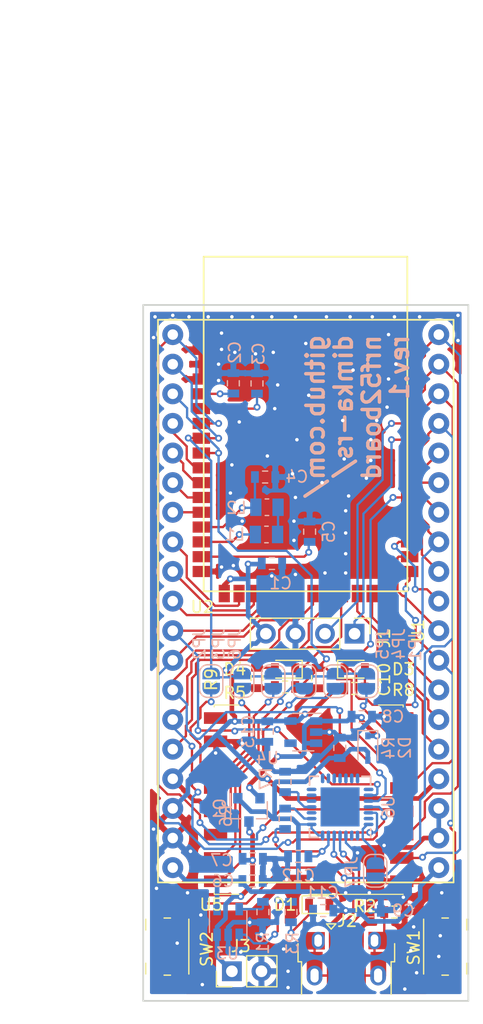
<source format=kicad_pcb>
(kicad_pcb (version 20171130) (host pcbnew 5.1.9-73d0e3b20d~88~ubuntu18.04.1)
  (layers (0 F.Cu signal) (31 B.Cu signal) (34 B.Paste user) (35 F.Paste user) (36 B.SilkS user) (37 F.SilkS user) (38 B.Mask user) (39 F.Mask user) (44 Edge.Cuts user))
  (net 0 "")
  (net 1 GND)
  (net 2 +3V3)
  (net 3 "Net-(C2-Pad1)")
  (net 4 "Net-(C3-Pad1)")
  (net 5 "Net-(C4-Pad1)")
  (net 6 "Net-(C5-Pad1)")
  (net 7 "Net-(J1-Pad1)")
  (net 8 "Net-(J1-Pad2)")
  (net 9 "Net-(L1-Pad1)")
  (net 10 "Net-(L1-Pad2)")
  (net 11 P0.25)
  (net 12 P0.26)
  (net 13 P0.27)
  (net 14 P0.28)
  (net 15 P0.29)
  (net 16 P0.30)
  (net 17 P0.31)
  (net 18 P0.02)
  (net 19 P0.03)
  (net 20 P0.04)
  (net 21 P0.05)
  (net 22 P0.06)
  (net 23 P0.07)
  (net 24 P0.08)
  (net 25 P0.09)
  (net 26 +5V)
  (net 27 P0.10)
  (net 28 P0.11)
  (net 29 P0.12)
  (net 30 P0.13)
  (net 31 P0.14)
  (net 32 P0.15)
  (net 33 P0.16)
  (net 34 P0.17)
  (net 35 P0.18)
  (net 36 P0.19)
  (net 37 P0.20)
  (net 38 P0.21)
  (net 39 P0.22)
  (net 40 P0.23)
  (net 41 P0.24)
  (net 42 +BATT)
  (net 43 "Net-(C8-Pad2)")
  (net 44 "Net-(C12-Pad2)")
  (net 45 "Net-(D1-Pad1)")
  (net 46 "Net-(D3-Pad2)")
  (net 47 "Net-(J2-Pad6)")
  (net 48 D-)
  (net 49 D+)
  (net 50 "Net-(J2-Pad4)")
  (net 51 "Net-(JP1-Pad1)")
  (net 52 "Net-(JP2-Pad1)")
  (net 53 "Net-(JP3-Pad1)")
  (net 54 "Net-(JP4-Pad1)")
  (net 55 "Net-(JP5-Pad1)")
  (net 56 "Net-(JP6-Pad1)")
  (net 57 "Net-(JP7-Pad1)")
  (net 58 "Net-(R1-Pad2)")
  (net 59 "Net-(R3-Pad2)")
  (net 60 "Net-(R6-Pad1)")
  (net 61 "Net-(R7-Pad1)")
  (net 62 "Net-(U4-Pad4)")
  (net 63 "Net-(U5-Pad9)")
  (net 64 "Net-(U6-Pad1)")
  (net 65 "Net-(U6-Pad2)")
  (net 66 "Net-(U6-Pad10)")
  (net 67 "Net-(U6-Pad12)")
  (net 68 "Net-(U6-Pad13)")
  (net 69 "Net-(U6-Pad14)")
  (net 70 "Net-(U6-Pad15)")
  (net 71 "Net-(U6-Pad16)")
  (net 72 "Net-(U6-Pad17)")
  (net 73 "Net-(U6-Pad18)")
  (net 74 "Net-(U6-Pad19)")
  (net 75 "Net-(U6-Pad20)")
  (net 76 "Net-(U6-Pad21)")
  (net 77 "Net-(U6-Pad22)")
  (net 78 "Net-(U6-Pad27)")
  (net 79 "Net-(D4-Pad2)")
  (module Package_TO_SOT_SMD:SOT-23-5 (layer B.Cu) (at 64.28 104.986 90)
    (fp_text reference U3 (at -2.71 -0.061 180) (layer B.SilkS) (effects (justify mirror)))
    (fp_text value MCP73831-2-OT)
    (pad 1 smd rect (at -1.1 0.95 90) (size 1.06 0.65) (layers B.Cu B.Paste B.Mask) (net 59 "Net-(R3-Pad2)"))
    (pad 2 smd rect (at -1.1 0 90) (size 1.06 0.65) (layers B.Cu B.Paste B.Mask) (net 1 GND))
    (pad 3 smd rect (at -1.1 -0.95 90) (size 1.06 0.65) (layers B.Cu B.Paste B.Mask) (net 42 +BATT))
    (pad 4 smd rect (at 1.1 -0.95 90) (size 1.06 0.65) (layers B.Cu B.Paste B.Mask) (net 26 +5V))
    (pad 5 smd rect (at 1.1 0.95 90) (size 1.06 0.65) (layers B.Cu B.Paste B.Mask) (net 58 "Net-(R1-Pad2)"))
  )
  (module nrf52:nrf52board (layer F.Cu) (at 69.8 77.42)
    (fp_text reference U1 (at 10.802 2.59 90) (layer F.SilkS))
    (fp_text value nrf52board)
    (pad 38 thru_hole circle (at 12.58 -22.81) (size 1.8 1.8) (drill 0.9) (layers *.Cu *.Mask) (net 41 P0.24))
    (pad 37 thru_hole circle (at 12.58 -20.27) (size 1.8 1.8) (drill 0.9) (layers *.Cu *.Mask) (net 40 P0.23))
    (pad 1 thru_hole circle (at -10.28 -22.81 90) (size 1.8 1.8) (drill 0.9) (layers *.Cu *.Mask) (net 11 P0.25))
    (pad 2 thru_hole circle (at -10.28 -20.27 90) (size 1.8 1.8) (drill 0.9) (layers *.Cu *.Mask) (net 12 P0.26))
    (pad 3 thru_hole circle (at -10.28 -17.73 90) (size 1.8 1.8) (drill 0.9) (layers *.Cu *.Mask) (net 13 P0.27))
    (pad 4 thru_hole circle (at -10.28 -15.19 90) (size 1.8 1.8) (drill 0.9) (layers *.Cu *.Mask) (net 14 P0.28))
    (pad 5 thru_hole circle (at -10.28 -12.65 90) (size 1.8 1.8) (drill 0.9) (layers *.Cu *.Mask) (net 15 P0.29))
    (pad 6 thru_hole circle (at -10.28 -10.11 90) (size 1.8 1.8) (drill 0.9) (layers *.Cu *.Mask) (net 16 P0.30))
    (pad 7 thru_hole circle (at -10.28 -7.57 90) (size 1.8 1.8) (drill 0.9) (layers *.Cu *.Mask) (net 17 P0.31))
    (pad 8 thru_hole circle (at -10.28 -5.03 90) (size 1.8 1.8) (drill 0.9) (layers *.Cu *.Mask) (net 18 P0.02))
    (pad 9 thru_hole circle (at -10.28 -2.49 90) (size 1.8 1.8) (drill 0.9) (layers *.Cu *.Mask) (net 19 P0.03))
    (pad 10 thru_hole circle (at -10.28 0.05 90) (size 1.8 1.8) (drill 0.9) (layers *.Cu *.Mask) (net 20 P0.04))
    (pad 11 thru_hole circle (at -10.28 2.59 90) (size 1.8 1.8) (drill 0.9) (layers *.Cu *.Mask) (net 21 P0.05))
    (pad 12 thru_hole circle (at -10.28 5.13 90) (size 1.8 1.8) (drill 0.9) (layers *.Cu *.Mask) (net 22 P0.06))
    (pad 13 thru_hole circle (at -10.28 7.67 90) (size 1.8 1.8) (drill 0.9) (layers *.Cu *.Mask) (net 23 P0.07))
    (pad 14 thru_hole circle (at -10.28 10.21 90) (size 1.8 1.8) (drill 0.9) (layers *.Cu *.Mask) (net 24 P0.08))
    (pad 15 thru_hole circle (at -10.28 12.75 90) (size 1.8 1.8) (drill 0.9) (layers *.Cu *.Mask) (net 25 P0.09))
    (pad 16 thru_hole circle (at -10.28 15.29 90) (size 1.8 1.8) (drill 0.9) (layers *.Cu *.Mask) (net 2 +3V3))
    (pad 17 thru_hole circle (at -10.28 17.83 90) (size 1.8 1.8) (drill 0.9) (layers *.Cu *.Mask) (net 1 GND))
    (pad 18 thru_hole circle (at -10.28 20.37 90) (size 1.8 1.8) (drill 0.9) (layers *.Cu *.Mask) (net 1 GND))
    (pad 19 thru_hole circle (at -10.28 22.91 90) (size 1.8 1.8) (drill 0.9) (layers *.Cu *.Mask) (net 26 +5V))
    (pad 20 thru_hole circle (at 12.58 22.91 90) (size 1.8 1.8) (drill 0.9) (layers *.Cu *.Mask) (net 26 +5V))
    (pad 21 thru_hole circle (at 12.58 20.37 90) (size 1.8 1.8) (drill 0.9) (layers *.Cu *.Mask) (net 1 GND))
    (pad 22 thru_hole circle (at 12.58 17.83 90) (size 1.8 1.8) (drill 0.9) (layers *.Cu *.Mask) (net 1 GND))
    (pad 23 thru_hole circle (at 12.58 15.29 90) (size 1.8 1.8) (drill 0.9) (layers *.Cu *.Mask) (net 2 +3V3))
    (pad 24 thru_hole circle (at 12.58 12.75 90) (size 1.8 1.8) (drill 0.9) (layers *.Cu *.Mask) (net 27 P0.10))
    (pad 25 thru_hole circle (at 12.58 10.21 90) (size 1.8 1.8) (drill 0.9) (layers *.Cu *.Mask) (net 28 P0.11))
    (pad 26 thru_hole circle (at 12.58 7.67 90) (size 1.8 1.8) (drill 0.9) (layers *.Cu *.Mask) (net 29 P0.12))
    (pad 27 thru_hole circle (at 12.58 5.13 90) (size 1.8 1.8) (drill 0.9) (layers *.Cu *.Mask) (net 30 P0.13))
    (pad 28 thru_hole circle (at 12.58 2.59 90) (size 1.8 1.8) (drill 0.9) (layers *.Cu *.Mask) (net 31 P0.14))
    (pad 29 thru_hole circle (at 12.58 0.05 90) (size 1.8 1.8) (drill 0.9) (layers *.Cu *.Mask) (net 32 P0.15))
    (pad 30 thru_hole circle (at 12.58 -2.49 90) (size 1.8 1.8) (drill 0.9) (layers *.Cu *.Mask) (net 33 P0.16))
    (pad 31 thru_hole circle (at 12.58 -5.03 90) (size 1.8 1.8) (drill 0.9) (layers *.Cu *.Mask) (net 34 P0.17))
    (pad 32 thru_hole circle (at 12.58 -7.57 90) (size 1.8 1.8) (drill 0.9) (layers *.Cu *.Mask) (net 35 P0.18))
    (pad 33 thru_hole circle (at 12.58 -10.11 90) (size 1.8 1.8) (drill 0.9) (layers *.Cu *.Mask) (net 36 P0.19))
    (pad 34 thru_hole circle (at 12.58 -12.65 90) (size 1.8 1.8) (drill 0.9) (layers *.Cu *.Mask) (net 37 P0.20))
    (pad 35 thru_hole circle (at 12.58 -15.19 90) (size 1.8 1.8) (drill 0.9) (layers *.Cu *.Mask) (net 38 P0.21))
    (pad 36 thru_hole circle (at 12.58 -17.73 90) (size 1.8 1.8) (drill 0.9) (layers *.Cu *.Mask) (net 39 P0.22))
  )
  (module Jumper:SolderJumper-2_P1.3mm_Open_RoundedPad1.0x1.5mm (layer B.Cu) (at 62.822 84.328 90)
    (fp_text reference JP2 (at 3.175 -1.016 90) (layer B.SilkS) (effects (justify mirror)))
    (fp_text value SolderJumper_2_Open)
    (pad 2 smd roundrect (at 0.65 0 90) (size 1 1.5) (layers B.Cu B.Mask) (roundrect_rratio 0.5) (net 12 P0.26))
    (pad 1 smd roundrect (at -0.65 0 90) (size 1 1.5) (layers B.Cu B.Mask) (roundrect_rratio 0.5) (net 52 "Net-(JP2-Pad1)"))
    (pad 1 smd rect (at -0.4 0 90) (size 0.5 1.5) (layers B.Cu B.Mask) (net 52 "Net-(JP2-Pad1)"))
    (pad 2 smd rect (at 0.4 0 90) (size 0.5 1.5) (layers B.Cu B.Mask) (net 12 P0.26))
  )
  (module Inductor_SMD:L_0805_2012Metric (layer B.Cu) (at 67.5718 71.755)
    (fp_text reference L1 (at -2.7178 0) (layer B.SilkS) (effects (justify mirror)))
    (fp_text value 10u)
    (pad 2 smd rect (at 0.955 0) (size 0.97 1.5) (layers B.Cu B.Paste B.Mask) (net 10 "Net-(L1-Pad2)"))
    (pad 1 smd rect (at -0.955 0) (size 0.97 1.5) (layers B.Cu B.Paste B.Mask) (net 9 "Net-(L1-Pad1)"))
  )
  (module Inductor_SMD:L_0805_2012Metric (layer B.Cu) (at 67.6124 69.4182 180)
    (fp_text reference L2 (at 2.6314 -0.0508 180) (layer B.SilkS) (effects (justify mirror)))
    (fp_text value 15n)
    (pad 2 smd rect (at 0.955 0 180) (size 0.97 1.5) (layers B.Cu B.Paste B.Mask) (net 5 "Net-(C4-Pad1)"))
    (pad 1 smd rect (at -0.955 0 180) (size 0.97 1.5) (layers B.Cu B.Paste B.Mask) (net 10 "Net-(L1-Pad2)"))
  )
  (module nrf52:E73-2G4M04S (layer F.Cu) (at 61.976 54.61)
    (fp_text reference U2 (at 0.084 23.368) (layer F.SilkS))
    (fp_text value E73-2G4M04S)
    (pad 43 smd rect (at 17.9 0 90) (size 0.96 1.5) (layers F.Cu F.Paste F.Mask) (net 1 GND))
    (pad 42 smd rect (at 17.9 1.27 90) (size 0.96 1.5) (layers F.Cu F.Paste F.Mask) (net 1 GND))
    (pad 41 smd rect (at 17.9 3.81 90) (size 0.96 1.5) (layers F.Cu F.Paste F.Mask) (net 41 P0.24))
    (pad 40 smd rect (at 17.9 5.08 90) (size 0.96 1.5) (layers F.Cu F.Paste F.Mask) (net 40 P0.23))
    (pad 39 smd rect (at 17.9 6.35 90) (size 0.96 1.5) (layers F.Cu F.Paste F.Mask) (net 39 P0.22))
    (pad 38 smd rect (at 17.9 7.62 90) (size 0.96 1.5) (layers F.Cu F.Paste F.Mask) (net 8 "Net-(J1-Pad2)"))
    (pad 37 smd rect (at 17.9 8.89 90) (size 0.96 1.5) (layers F.Cu F.Paste F.Mask) (net 7 "Net-(J1-Pad1)"))
    (pad 36 smd rect (at 17.9 10.16 90) (size 0.96 1.5) (layers F.Cu F.Paste F.Mask) (net 38 P0.21))
    (pad 35 smd rect (at 17.9 11.43 90) (size 0.96 1.5) (layers F.Cu F.Paste F.Mask) (net 37 P0.20))
    (pad 34 smd rect (at 17.9 12.7 90) (size 0.96 1.5) (layers F.Cu F.Paste F.Mask) (net 36 P0.19))
    (pad 33 smd rect (at 17.9 13.97 90) (size 0.96 1.5) (layers F.Cu F.Paste F.Mask) (net 35 P0.18))
    (pad 32 smd rect (at 17.9 15.24 90) (size 0.96 1.5) (layers F.Cu F.Paste F.Mask) (net 34 P0.17))
    (pad 31 smd rect (at 17.9 16.51 90) (size 0.96 1.5) (layers F.Cu F.Paste F.Mask) (net 33 P0.16))
    (pad 30 smd rect (at 17.9 17.78 90) (size 0.96 1.5) (layers F.Cu F.Paste F.Mask) (net 32 P0.15))
    (pad 29 smd rect (at 17.9 19.05 90) (size 0.96 1.5) (layers F.Cu F.Paste F.Mask) (net 31 P0.14))
    (pad 28 smd rect (at 17.9 20.32 90) (size 0.96 1.5) (layers F.Cu F.Paste F.Mask) (net 30 P0.13))
    (pad 27 smd rect (at 15.94 22.21 180) (size 0.96 1.5) (layers F.Cu F.Paste F.Mask) (net 29 P0.12))
    (pad 26 smd rect (at 14.67 22.21 180) (size 0.96 1.5) (layers F.Cu F.Paste F.Mask) (net 28 P0.11))
    (pad 25 smd rect (at 13.4 22.21 180) (size 0.96 1.5) (layers F.Cu F.Paste F.Mask) (net 27 P0.10))
    (pad 24 smd rect (at 12.13 22.21 180) (size 0.96 1.5) (layers F.Cu F.Paste F.Mask) (net 25 P0.09))
    (pad 23 smd rect (at 10.86 22.21 180) (size 0.96 1.5) (layers F.Cu F.Paste F.Mask) (net 24 P0.08))
    (pad 22 smd rect (at 9.59 22.21 180) (size 0.96 1.5) (layers F.Cu F.Paste F.Mask) (net 23 P0.07))
    (pad 21 smd rect (at 8.32 22.21 180) (size 0.96 1.5) (layers F.Cu F.Paste F.Mask) (net 22 P0.06))
    (pad 20 smd rect (at 7.05 22.21 180) (size 0.96 1.5) (layers F.Cu F.Paste F.Mask) (net 21 P0.05))
    (pad 19 smd rect (at 5.78 22.21 180) (size 0.96 1.5) (layers F.Cu F.Paste F.Mask) (net 20 P0.04))
    (pad 18 smd rect (at 4.51 22.21 180) (size 0.96 1.5) (layers F.Cu F.Paste F.Mask) (net 19 P0.03))
    (pad 17 smd rect (at 3.24 22.21 180) (size 0.96 1.5) (layers F.Cu F.Paste F.Mask) (net 18 P0.02))
    (pad 16 smd rect (at 1.97 22.21 180) (size 0.96 1.5) (layers F.Cu F.Paste F.Mask) (net 2 +3V3))
    (pad 1 smd rect (at 0 1.27 90) (size 0.96 1.5) (layers F.Cu F.Paste F.Mask) (net 1 GND))
    (pad 2 smd rect (at 0 3.81 90) (size 0.96 1.5) (layers F.Cu F.Paste F.Mask) (net 1 GND))
    (pad 3 smd rect (at 0 5.08 90) (size 0.96 1.5) (layers F.Cu F.Paste F.Mask) (net 3 "Net-(C2-Pad1)"))
    (pad 4 smd rect (at 0 6.35 90) (size 0.96 1.5) (layers F.Cu F.Paste F.Mask) (net 4 "Net-(C3-Pad1)"))
    (pad 5 smd rect (at 0 7.62 90) (size 0.96 1.5) (layers F.Cu F.Paste F.Mask) (net 11 P0.25))
    (pad 6 smd rect (at 0 8.89 90) (size 0.96 1.5) (layers F.Cu F.Paste F.Mask) (net 12 P0.26))
    (pad 7 smd rect (at 0 10.16 90) (size 0.96 1.5) (layers F.Cu F.Paste F.Mask) (net 13 P0.27))
    (pad 8 smd rect (at 0 11.43 90) (size 0.96 1.5) (layers F.Cu F.Paste F.Mask) (net 14 P0.28))
    (pad 9 smd rect (at 0 12.7 90) (size 0.96 1.5) (layers F.Cu F.Paste F.Mask) (net 15 P0.29))
    (pad 10 smd rect (at 0 13.97 90) (size 0.96 1.5) (layers F.Cu F.Paste F.Mask) (net 16 P0.30))
    (pad 11 smd rect (at 0 15.24 90) (size 0.96 1.5) (layers F.Cu F.Paste F.Mask) (net 17 P0.31))
    (pad 12 smd rect (at 0 16.51 90) (size 0.96 1.5) (layers F.Cu F.Paste F.Mask) (net 5 "Net-(C4-Pad1)"))
    (pad 13 smd rect (at 0 17.78 90) (size 0.96 1.5) (layers F.Cu F.Paste F.Mask) (net 9 "Net-(L1-Pad1)"))
    (pad 14 smd rect (at 0 19.05 90) (size 0.96 1.5) (layers F.Cu F.Paste F.Mask) (net 6 "Net-(C5-Pad1)"))
    (pad 15 smd rect (at 0 20.32 90) (size 0.96 1.5) (layers F.Cu F.Paste F.Mask) (net 1 GND))
    (pad 0 smd rect (at 0 0 90) (size 0.96 1.5) (layers F.Cu F.Paste F.Mask) (net 1 GND))
  )
  (module Capacitor_SMD:C_0603_1608Metric (layer B.Cu) (at 68.043 74.2442 180)
    (fp_text reference C1 (at -0.748 -1.7018 180) (layer B.SilkS) (effects (justify mirror)))
    (fp_text value 4.7u)
    (pad 1 smd rect (at -0.875 0 180) (size 0.67 1) (layers B.Cu B.Paste B.Mask) (net 1 GND))
    (pad 2 smd rect (at 0.875 0 180) (size 0.67 1) (layers B.Cu B.Paste B.Mask) (net 2 +3V3))
  )
  (module Capacitor_SMD:C_0603_1608Metric (layer B.Cu) (at 64.727 58.787 90)
    (fp_text reference C2 (at 2.653 0.127 90) (layer B.SilkS) (effects (justify mirror)))
    (fp_text value DNI)
    (pad 1 smd rect (at -0.875 0 90) (size 0.67 1) (layers B.Cu B.Paste B.Mask) (net 3 "Net-(C2-Pad1)"))
    (pad 2 smd rect (at 0.875 0 90) (size 0.67 1) (layers B.Cu B.Paste B.Mask) (net 1 GND))
  )
  (module Capacitor_SMD:C_0603_1608Metric (layer B.Cu) (at 66.759 58.801 90)
    (fp_text reference C3 (at 2.54 0.127 90) (layer B.SilkS) (effects (justify mirror)))
    (fp_text value 100p)
    (pad 2 smd rect (at 0.875 0 90) (size 0.67 1) (layers B.Cu B.Paste B.Mask) (net 1 GND))
    (pad 1 smd rect (at -0.875 0 90) (size 0.67 1) (layers B.Cu B.Paste B.Mask) (net 4 "Net-(C3-Pad1)"))
  )
  (module Capacitor_SMD:C_0603_1608Metric (layer B.Cu) (at 67.4562 66.8274)
    (fp_text reference C4 (at 2.7318 -0.0254) (layer B.SilkS) (effects (justify mirror)))
    (fp_text value 1u)
    (pad 1 smd rect (at -0.875 0) (size 0.67 1) (layers B.Cu B.Paste B.Mask) (net 5 "Net-(C4-Pad1)"))
    (pad 2 smd rect (at 0.875 0) (size 0.67 1) (layers B.Cu B.Paste B.Mask) (net 1 GND))
  )
  (module Capacitor_SMD:C_0603_1608Metric (layer B.Cu) (at 71.2802 71.515 90)
    (fp_text reference C5 (at 0 1.65 90) (layer B.SilkS) (effects (justify mirror)))
    (fp_text value 100n)
    (pad 2 smd rect (at 0.875 0 90) (size 0.67 1) (layers B.Cu B.Paste B.Mask) (net 1 GND))
    (pad 1 smd rect (at -0.875 0 90) (size 0.67 1) (layers B.Cu B.Paste B.Mask) (net 6 "Net-(C5-Pad1)"))
  )
  (module Capacitor_SMD:C_0603_1608Metric (layer B.Cu) (at 66.378 101.473)
    (fp_text reference C6 (at -2.54 0) (layer B.SilkS) (effects (justify mirror)))
    (fp_text value 4.7u)
    (pad 2 smd rect (at 0.875 0) (size 0.67 1) (layers B.Cu B.Paste B.Mask) (net 1 GND))
    (pad 1 smd rect (at -0.875 0) (size 0.67 1) (layers B.Cu B.Paste B.Mask) (net 26 +5V))
  )
  (module Capacitor_SMD:C_0603_1608Metric (layer B.Cu) (at 66.392 99.568)
    (fp_text reference C7 (at -2.681 0.127) (layer B.SilkS) (effects (justify mirror)))
    (fp_text value 4.7u)
    (pad 1 smd rect (at -0.875 0) (size 0.67 1) (layers B.Cu B.Paste B.Mask) (net 42 +BATT))
    (pad 2 smd rect (at 0.875 0) (size 0.67 1) (layers B.Cu B.Paste B.Mask) (net 1 GND))
  )
  (module Capacitor_SMD:C_0603_1608Metric (layer B.Cu) (at 75.762 87.376 180)
    (fp_text reference C8 (at -2.681 0 180) (layer B.SilkS) (effects (justify mirror)))
    (fp_text value 1u)
    (pad 2 smd rect (at 0.875 0 180) (size 0.67 1) (layers B.Cu B.Paste B.Mask) (net 43 "Net-(C8-Pad2)"))
    (pad 1 smd rect (at -0.875 0 180) (size 0.67 1) (layers B.Cu B.Paste B.Mask) (net 1 GND))
  )
  (module Capacitor_SMD:C_0603_1608Metric (layer B.Cu) (at 76.524 104.0384 180)
    (fp_text reference C9 (at -2.808 0.0254 180) (layer B.SilkS) (effects (justify mirror)))
    (fp_text value 1u)
    (pad 2 smd rect (at 0.875 0 180) (size 0.67 1) (layers B.Cu B.Paste B.Mask) (net 26 +5V))
    (pad 1 smd rect (at -0.875 0 180) (size 0.67 1) (layers B.Cu B.Paste B.Mask) (net 1 GND))
  )
  (module Capacitor_SMD:C_0603_1608Metric (layer F.Cu) (at 71.966 84.074 90)
    (fp_text reference C10 (at -0.127 5.715 90) (layer F.SilkS))
    (fp_text value 4.7u)
    (pad 1 smd rect (at -0.875 0 90) (size 0.67 1) (layers F.Cu F.Paste F.Mask) (net 1 GND))
    (pad 2 smd rect (at 0.875 0 90) (size 0.67 1) (layers F.Cu F.Paste F.Mask) (net 13 P0.27))
  )
  (module Capacitor_SMD:C_0603_1608Metric (layer B.Cu) (at 72.4486 104.013)
    (fp_text reference C11 (at -0.1016 -1.524) (layer B.SilkS) (effects (justify mirror)))
    (fp_text value 0.1u)
    (pad 1 smd rect (at -0.875 0) (size 0.67 1) (layers B.Cu B.Paste B.Mask) (net 1 GND))
    (pad 2 smd rect (at 0.875 0) (size 0.67 1) (layers B.Cu B.Paste B.Mask) (net 26 +5V))
  )
  (module Capacitor_SMD:C_0603_1608Metric (layer B.Cu) (at 70.301 99.3648)
    (fp_text reference C12 (at 0 1.65) (layer B.SilkS) (effects (justify mirror)))
    (fp_text value 0.1u)
    (pad 2 smd rect (at 0.875 0) (size 0.67 1) (layers B.Cu B.Paste B.Mask) (net 44 "Net-(C12-Pad2)"))
    (pad 1 smd rect (at -0.875 0) (size 0.67 1) (layers B.Cu B.Paste B.Mask) (net 1 GND))
  )
  (module Capacitor_SMD:C_0603_1608Metric (layer B.Cu) (at 67.648 88.66 270)
    (fp_text reference C13 (at 0 1.65 270) (layer B.SilkS) (effects (justify mirror)))
    (fp_text value 1u)
    (pad 1 smd rect (at -0.875 0 270) (size 0.67 1) (layers B.Cu B.Paste B.Mask) (net 2 +3V3))
    (pad 2 smd rect (at 0.875 0 270) (size 0.67 1) (layers B.Cu B.Paste B.Mask) (net 1 GND))
  )
  (module LED_SMD:LED_0603_1608Metric (layer F.Cu) (at 72.107 103.505)
    (fp_text reference D1 (at -2.935 0) (layer F.SilkS))
    (fp_text value LED)
    (pad 1 smd rect (at -0.875 0) (size 0.67 1) (layers F.Cu F.Paste F.Mask) (net 45 "Net-(D1-Pad1)"))
    (pad 2 smd rect (at 0.875 0) (size 0.67 1) (layers F.Cu F.Paste F.Mask) (net 26 +5V))
  )
  (module LED_SMD:LED_0603_1608Metric (layer F.Cu) (at 75.155 83.312)
    (fp_text reference D3 (at 4.177 0) (layer F.SilkS))
    (fp_text value LED)
    (pad 2 smd rect (at 0.875 0) (size 0.67 1) (layers F.Cu F.Paste F.Mask) (net 46 "Net-(D3-Pad2)"))
    (pad 1 smd rect (at -0.875 0) (size 0.67 1) (layers F.Cu F.Paste F.Mask) (net 34 P0.17))
  )
  (module Connector_PinHeader_2.54mm:PinHeader_1x04_P2.54mm_Vertical (layer F.Cu) (at 75.141 80.264 270)
    (fp_text reference J1 (at 0.381 -2.54 270) (layer F.SilkS))
    (fp_text value Conn_01x04)
    (pad 1 thru_hole rect (at 0 0 270) (size 1.7 1.7) (drill 1) (layers *.Cu *.Mask) (net 7 "Net-(J1-Pad1)"))
    (pad 2 thru_hole oval (at 0 2.54 270) (size 1.7 1.7) (drill 1) (layers *.Cu *.Mask) (net 8 "Net-(J1-Pad2)"))
    (pad 3 thru_hole oval (at 0 5.08 270) (size 1.7 1.7) (drill 1) (layers *.Cu *.Mask) (net 1 GND))
    (pad 4 thru_hole oval (at 0 7.62 270) (size 1.7 1.7) (drill 1) (layers *.Cu *.Mask) (net 2 +3V3))
  )
  (module Connector_USB:USB_Micro-B_Amphenol_10103594-0001LF_Horizontal (layer F.Cu) (at 74.46 108.47)
    (fp_text reference J2 (at 0.046 -3.568) (layer F.SilkS))
    (fp_text value USB_B_Micro)
    (pad 6 smd rect (at 2.725 0.185) (size 1.35 2) (layers F.Cu F.Paste F.Mask) (net 47 "Net-(J2-Pad6)"))
    (pad 6 smd rect (at -2.755 0.185) (size 1.35 2) (layers F.Cu F.Paste F.Mask) (net 47 "Net-(J2-Pad6)"))
    (pad 6 smd rect (at -2.975 -0.565) (size 1.825 0.7) (layers F.Cu F.Paste F.Mask) (net 47 "Net-(J2-Pad6)"))
    (pad 6 smd rect (at 2.975 -0.565) (size 1.825 0.7) (layers F.Cu F.Paste F.Mask) (net 47 "Net-(J2-Pad6)"))
    (pad 6 smd rect (at -2.875 -1.865) (size 2 1.5) (layers F.Cu F.Paste F.Mask) (net 47 "Net-(J2-Pad6)"))
    (pad 6 smd rect (at 2.875 -1.885) (size 2 1.5) (layers F.Cu F.Paste F.Mask) (net 47 "Net-(J2-Pad6)"))
    (pad 1 smd rect (at -1.325 -1.765 90) (size 1.65 0.4) (layers F.Cu F.Paste F.Mask) (net 26 +5V))
    (pad 2 smd rect (at -0.675 -1.765 90) (size 1.65 0.4) (layers F.Cu F.Paste F.Mask) (net 48 D-))
    (pad 3 smd rect (at -0.025 -1.765 90) (size 1.65 0.4) (layers F.Cu F.Paste F.Mask) (net 49 D+))
    (pad 4 smd rect (at 0.625 -1.765 90) (size 1.65 0.4) (layers F.Cu F.Paste F.Mask) (net 50 "Net-(J2-Pad4)"))
    (pad 5 smd rect (at 1.275 -1.765 90) (size 1.65 0.4) (layers F.Cu F.Paste F.Mask) (net 1 GND))
    (pad 6 thru_hole oval (at -2.445 -1.885 90) (size 1.5 1.1) (drill oval 1.05 0.65) (layers *.Cu *.Mask) (net 47 "Net-(J2-Pad6)"))
    (pad 6 thru_hole oval (at 2.395 -1.885 90) (size 1.5 1.1) (drill oval 1.05 0.65) (layers *.Cu *.Mask) (net 47 "Net-(J2-Pad6)"))
    (pad 6 thru_hole oval (at -2.755 1.115 90) (size 1.7 1.35) (drill oval 1.2 0.7) (layers *.Cu *.Mask) (net 47 "Net-(J2-Pad6)"))
    (pad 6 thru_hole oval (at 2.705 1.115 90) (size 1.7 1.35) (drill oval 1.2 0.7) (layers *.Cu *.Mask) (net 47 "Net-(J2-Pad6)"))
    (pad 6 smd rect (at -0.985 1.385 90) (size 2.5 1.43) (layers F.Cu F.Paste F.Mask) (net 47 "Net-(J2-Pad6)"))
    (pad 6 smd rect (at 0.935 1.385 90) (size 2.5 1.43) (layers F.Cu F.Paste F.Mask) (net 47 "Net-(J2-Pad6)"))
  )
  (module Connector_PinHeader_2.54mm:PinHeader_1x02_P2.54mm_Vertical (layer F.Cu) (at 64.6 109.22 90)
    (fp_text reference J3 (at 2.159 0.762 180) (layer F.SilkS))
    (fp_text value Battery)
    (pad 1 thru_hole rect (at 0 0 90) (size 1.7 1.7) (drill 1) (layers *.Cu *.Mask) (net 42 +BATT))
    (pad 2 thru_hole oval (at 0 2.54 90) (size 1.7 1.7) (drill 1) (layers *.Cu *.Mask) (net 1 GND))
  )
  (module Jumper:SolderJumper-2_P1.3mm_Open_RoundedPad1.0x1.5mm (layer B.Cu) (at 76.157 84.347 90)
    (fp_text reference JP1 (at 3.067 4.191 90) (layer B.SilkS) (effects (justify mirror)))
    (fp_text value SolderJumper_2_Open)
    (pad 2 smd rect (at 0.4 0 90) (size 0.5 1.5) (layers B.Cu B.Mask) (net 12 P0.26))
    (pad 1 smd rect (at -0.4 0 90) (size 0.5 1.5) (layers B.Cu B.Mask) (net 51 "Net-(JP1-Pad1)"))
    (pad 1 smd roundrect (at -0.65 0 90) (size 1 1.5) (layers B.Cu B.Mask) (roundrect_rratio 0.5) (net 51 "Net-(JP1-Pad1)"))
    (pad 2 smd roundrect (at 0.65 0 90) (size 1 1.5) (layers B.Cu B.Mask) (roundrect_rratio 0.5) (net 12 P0.26))
  )
  (module Jumper:SolderJumper-2_P1.3mm_Open_RoundedPad1.0x1.5mm (layer B.Cu) (at 65.489 84.328 90)
    (fp_text reference JP3 (at 3.175 -2.032 90) (layer B.SilkS) (effects (justify mirror)))
    (fp_text value SolderJumper_2_Open)
    (pad 2 smd roundrect (at 0.65 0 90) (size 1 1.5) (layers B.Cu B.Mask) (roundrect_rratio 0.5) (net 12 P0.26))
    (pad 1 smd roundrect (at -0.65 0 90) (size 1 1.5) (layers B.Cu B.Mask) (roundrect_rratio 0.5) (net 53 "Net-(JP3-Pad1)"))
    (pad 1 smd rect (at -0.4 0 90) (size 0.5 1.5) (layers B.Cu B.Mask) (net 53 "Net-(JP3-Pad1)"))
    (pad 2 smd rect (at 0.4 0 90) (size 0.5 1.5) (layers B.Cu B.Mask) (net 12 P0.26))
  )
  (module Jumper:SolderJumper-2_P1.3mm_Open_RoundedPad1.0x1.5mm (layer B.Cu) (at 73.49 84.343 90)
    (fp_text reference JP4 (at 3.19 5.461 90) (layer B.SilkS) (effects (justify mirror)))
    (fp_text value SolderJumper_2_Open)
    (pad 2 smd rect (at 0.4 0 90) (size 0.5 1.5) (layers B.Cu B.Mask) (net 12 P0.26))
    (pad 1 smd rect (at -0.4 0 90) (size 0.5 1.5) (layers B.Cu B.Mask) (net 54 "Net-(JP4-Pad1)"))
    (pad 1 smd roundrect (at -0.65 0 90) (size 1 1.5) (layers B.Cu B.Mask) (roundrect_rratio 0.5) (net 54 "Net-(JP4-Pad1)"))
    (pad 2 smd roundrect (at 0.65 0 90) (size 1 1.5) (layers B.Cu B.Mask) (roundrect_rratio 0.5) (net 12 P0.26))
  )
  (module Jumper:SolderJumper-2_P1.3mm_Open_RoundedPad1.0x1.5mm (layer B.Cu) (at 70.823 84.328 90)
    (fp_text reference JP5 (at 3.175 6.731 90) (layer B.SilkS) (effects (justify mirror)))
    (fp_text value SolderJumper_2_Open)
    (pad 2 smd roundrect (at 0.65 0 90) (size 1 1.5) (layers B.Cu B.Mask) (roundrect_rratio 0.5) (net 12 P0.26))
    (pad 1 smd roundrect (at -0.65 0 90) (size 1 1.5) (layers B.Cu B.Mask) (roundrect_rratio 0.5) (net 55 "Net-(JP5-Pad1)"))
    (pad 1 smd rect (at -0.4 0 90) (size 0.5 1.5) (layers B.Cu B.Mask) (net 55 "Net-(JP5-Pad1)"))
    (pad 2 smd rect (at 0.4 0 90) (size 0.5 1.5) (layers B.Cu B.Mask) (net 12 P0.26))
  )
  (module Jumper:SolderJumper-2_P1.3mm_Open_RoundedPad1.0x1.5mm (layer B.Cu) (at 68.156 84.343 90)
    (fp_text reference JP6 (at 3.19 -3.302 90) (layer B.SilkS) (effects (justify mirror)))
    (fp_text value SolderJumper_2_Open)
    (pad 2 smd rect (at 0.4 0 90) (size 0.5 1.5) (layers B.Cu B.Mask) (net 12 P0.26))
    (pad 1 smd rect (at -0.4 0 90) (size 0.5 1.5) (layers B.Cu B.Mask) (net 56 "Net-(JP6-Pad1)"))
    (pad 1 smd roundrect (at -0.65 0 90) (size 1 1.5) (layers B.Cu B.Mask) (roundrect_rratio 0.5) (net 56 "Net-(JP6-Pad1)"))
    (pad 2 smd roundrect (at 0.65 0 90) (size 1 1.5) (layers B.Cu B.Mask) (roundrect_rratio 0.5) (net 12 P0.26))
  )
  (module Jumper:SolderJumper-2_P1.3mm_Open_RoundedPad1.0x1.5mm (layer B.Cu) (at 76.919 100.599 270)
    (fp_text reference JP7 (at 0.112 2.032 270) (layer B.SilkS) (effects (justify mirror)))
    (fp_text value SolderJumper_2_Open)
    (pad 2 smd roundrect (at 0.65 0 270) (size 1 1.5) (layers B.Cu B.Mask) (roundrect_rratio 0.5) (net 38 P0.21))
    (pad 1 smd roundrect (at -0.65 0 270) (size 1 1.5) (layers B.Cu B.Mask) (roundrect_rratio 0.5) (net 57 "Net-(JP7-Pad1)"))
    (pad 1 smd rect (at -0.4 0 270) (size 0.5 1.5) (layers B.Cu B.Mask) (net 57 "Net-(JP7-Pad1)"))
    (pad 2 smd rect (at 0.4 0 270) (size 0.5 1.5) (layers B.Cu B.Mask) (net 38 P0.21))
  )
  (module Resistor_SMD:R_0603_1608Metric (layer B.Cu) (at 67.267 104.14 90)
    (fp_text reference R1 (at -2.667 0 90) (layer B.SilkS) (effects (justify mirror)))
    (fp_text value 10k)
    (pad 2 smd rect (at 0.875 0 90) (size 0.67 1) (layers B.Cu B.Paste B.Mask) (net 58 "Net-(R1-Pad2)"))
    (pad 1 smd rect (at -0.875 0 90) (size 0.67 1) (layers B.Cu B.Paste B.Mask) (net 1 GND))
  )
  (module Resistor_SMD:R_0603_1608Metric (layer F.Cu) (at 78.57 104.14 180)
    (fp_text reference R2 (at 2.54 0.508 180) (layer F.SilkS))
    (fp_text value 1M)
    (pad 1 smd rect (at -0.875 0 180) (size 0.67 1) (layers F.Cu F.Paste F.Mask) (net 1 GND))
    (pad 2 smd rect (at 0.875 0 180) (size 0.67 1) (layers F.Cu F.Paste F.Mask) (net 47 "Net-(J2-Pad6)"))
  )
  (module Resistor_SMD:R_0603_1608Metric (layer B.Cu) (at 69.68 104.14 90)
    (fp_text reference R3 (at -2.667 0.127 90) (layer B.SilkS) (effects (justify mirror)))
    (fp_text value 470)
    (pad 2 smd rect (at 0.875 0 90) (size 0.67 1) (layers B.Cu B.Paste B.Mask) (net 59 "Net-(R3-Pad2)"))
    (pad 1 smd rect (at -0.875 0 90) (size 0.67 1) (layers B.Cu B.Paste B.Mask) (net 45 "Net-(D1-Pad1)"))
  )
  (module Resistor_SMD:R_0603_1608Metric (layer B.Cu) (at 73.871 90.057 90)
    (fp_text reference R4 (at 0 4.191 90) (layer B.SilkS) (effects (justify mirror)))
    (fp_text value 100k)
    (pad 1 smd rect (at -0.875 0 90) (size 0.67 1) (layers B.Cu B.Paste B.Mask) (net 26 +5V))
    (pad 2 smd rect (at 0.875 0 90) (size 0.67 1) (layers B.Cu B.Paste B.Mask) (net 1 GND))
  )
  (module Resistor_SMD:R_0603_1608Metric (layer F.Cu) (at 69.172 84.836)
    (fp_text reference R5 (at -4.318 0.508) (layer F.SilkS))
    (fp_text value 10k)
    (pad 2 smd rect (at 0.875 0) (size 0.67 1) (layers F.Cu F.Paste F.Mask) (net 13 P0.27))
    (pad 1 smd rect (at -0.875 0) (size 0.67 1) (layers F.Cu F.Paste F.Mask) (net 2 +3V3))
  )
  (module Resistor_SMD:R_0603_1608Metric (layer B.Cu) (at 69.172 96.139 270)
    (fp_text reference R6 (at -0.254 5.08 270) (layer B.SilkS) (effects (justify mirror)))
    (fp_text value 10k)
    (pad 2 smd rect (at 0.875 0 270) (size 0.67 1) (layers B.Cu B.Paste B.Mask) (net 44 "Net-(C12-Pad2)"))
    (pad 1 smd rect (at -0.875 0 270) (size 0.67 1) (layers B.Cu B.Paste B.Mask) (net 60 "Net-(R6-Pad1)"))
  )
  (module Resistor_SMD:R_0603_1608Metric (layer B.Cu) (at 69.172 92.978 90)
    (fp_text reference R7 (at 0.268 -1.651 90) (layer B.SilkS) (effects (justify mirror)))
    (fp_text value 10k)
    (pad 1 smd rect (at -0.875 0 90) (size 0.67 1) (layers B.Cu B.Paste B.Mask) (net 61 "Net-(R7-Pad1)"))
    (pad 2 smd rect (at 0.875 0 90) (size 0.67 1) (layers B.Cu B.Paste B.Mask) (net 1 GND))
  )
  (module Resistor_SMD:R_0603_1608Metric (layer F.Cu) (at 75.127 84.963 180)
    (fp_text reference R8 (at -4.205 -0.127 180) (layer F.SilkS))
    (fp_text value 1k)
    (pad 1 smd rect (at -0.875 0 180) (size 0.67 1) (layers F.Cu F.Paste F.Mask) (net 46 "Net-(D3-Pad2)"))
    (pad 2 smd rect (at 0.875 0 180) (size 0.67 1) (layers F.Cu F.Paste F.Mask) (net 2 +3V3))
  )
  (module Button_Switch_SMD:Panasonic_EVQPUJ_EVQPUA (layer F.Cu) (at 82.927 107.103 270)
    (fp_text reference SW1 (at 0.085 2.706 270) (layer F.SilkS))
    (fp_text value SW_Push)
    (pad 2 smd rect (at 2.625 0.85 90) (size 1.55 1) (layers F.Cu F.Paste F.Mask) (net 1 GND))
    (pad 2 smd rect (at -2.625 0.85 90) (size 1.55 1) (layers F.Cu F.Paste F.Mask) (net 1 GND))
    (pad 1 smd rect (at -2.625 -0.85 90) (size 1.55 1) (layers F.Cu F.Paste F.Mask) (net 30 P0.13))
    (pad 1 smd rect (at 2.625 -0.85 90) (size 1.55 1) (layers F.Cu F.Paste F.Mask) (net 30 P0.13))
  )
  (module Package_TO_SOT_SMD:SOT-23-5 (layer B.Cu) (at 70.739 88.707 180)
    (fp_text reference U4 (at 3.091 -2.225 180) (layer B.SilkS) (effects (justify mirror)))
    (fp_text value LP2985-3.3)
    (pad 5 smd rect (at 1.1 0.95 180) (size 1.06 0.65) (layers B.Cu B.Paste B.Mask) (net 2 +3V3))
    (pad 4 smd rect (at 1.1 -0.95 180) (size 1.06 0.65) (layers B.Cu B.Paste B.Mask) (net 62 "Net-(U4-Pad4)"))
    (pad 3 smd rect (at -1.1 -0.95 180) (size 1.06 0.65) (layers B.Cu B.Paste B.Mask) (net 43 "Net-(C8-Pad2)"))
    (pad 2 smd rect (at -1.1 0 180) (size 1.06 0.65) (layers B.Cu B.Paste B.Mask) (net 1 GND))
    (pad 1 smd rect (at -1.1 0.95 180) (size 1.06 0.65) (layers B.Cu B.Paste B.Mask) (net 43 "Net-(C8-Pad2)"))
  )
  (module RF_Module:Hopref_RFM9XW_SMD (layer F.Cu) (at 71.2 94.5 180)
    (fp_text reference U5 (at 8.378 -9.005) (layer F.SilkS))
    (fp_text value RFM95W-868S2)
    (pad 1 smd rect (at -8 -7 180) (size 2 1) (layers F.Cu F.Paste F.Mask) (net 1 GND))
    (pad 2 smd rect (at -8 -5 180) (size 2 1) (layers F.Cu F.Paste F.Mask) (net 41 P0.24))
    (pad 3 smd rect (at -8 -3 180) (size 2 1) (layers F.Cu F.Paste F.Mask) (net 40 P0.23))
    (pad 4 smd rect (at -8 -1 180) (size 2 1) (layers F.Cu F.Paste F.Mask) (net 11 P0.25))
    (pad 5 smd rect (at -8 1 180) (size 2 1) (layers F.Cu F.Paste F.Mask) (net 39 P0.22))
    (pad 6 smd rect (at -8 3 180) (size 2 1) (layers F.Cu F.Paste F.Mask) (net 13 P0.27))
    (pad 7 smd rect (at -8 5 180) (size 2 1) (layers F.Cu F.Paste F.Mask) (net 51 "Net-(JP1-Pad1)"))
    (pad 8 smd rect (at -8 7 180) (size 2 1) (layers F.Cu F.Paste F.Mask) (net 1 GND))
    (pad 9 smd rect (at 8 7 180) (size 2 1) (layers F.Cu F.Paste F.Mask) (net 63 "Net-(U5-Pad9)"))
    (pad 10 smd rect (at 8 5 180) (size 2 1) (layers F.Cu F.Paste F.Mask) (net 1 GND))
    (pad 11 smd rect (at 8 3 180) (size 2 1) (layers F.Cu F.Paste F.Mask) (net 53 "Net-(JP3-Pad1)"))
    (pad 12 smd rect (at 8 1 180) (size 2 1) (layers F.Cu F.Paste F.Mask) (net 52 "Net-(JP2-Pad1)"))
    (pad 13 smd rect (at 8 -1 180) (size 2 1) (layers F.Cu F.Paste F.Mask) (net 2 +3V3))
    (pad 14 smd rect (at 8 -3 180) (size 2 1) (layers F.Cu F.Paste F.Mask) (net 56 "Net-(JP6-Pad1)"))
    (pad 15 smd rect (at 8 -5 180) (size 2 1) (layers F.Cu F.Paste F.Mask) (net 55 "Net-(JP5-Pad1)"))
    (pad 16 smd rect (at 8 -7 180) (size 2 1) (layers F.Cu F.Paste F.Mask) (net 54 "Net-(JP4-Pad1)"))
  )
  (module Package_DFN_QFN:QFN-28-1EP_5x5mm_P0.5mm_EP3.35x3.35mm (layer B.Cu) (at 73.8964 95.123 90)
    (fp_text reference U6 (at 0 4.1656 90) (layer B.SilkS) (effects (justify mirror)))
    (fp_text value CP2102-GM)
    (pad 1 smd oval (at -2.45 1.5 90) (size 0.85 0.3) (layers B.Cu B.Paste B.Mask) (net 64 "Net-(U6-Pad1)"))
    (pad 2 smd oval (at -2.45 1 90) (size 0.85 0.3) (layers B.Cu B.Paste B.Mask) (net 65 "Net-(U6-Pad2)"))
    (pad 3 smd oval (at -2.45 0.5 90) (size 0.85 0.3) (layers B.Cu B.Paste B.Mask) (net 1 GND))
    (pad 4 smd oval (at -2.45 0 90) (size 0.85 0.3) (layers B.Cu B.Paste B.Mask) (net 49 D+))
    (pad 5 smd oval (at -2.45 -0.5 90) (size 0.85 0.3) (layers B.Cu B.Paste B.Mask) (net 48 D-))
    (pad 6 smd oval (at -2.45 -1 90) (size 0.85 0.3) (layers B.Cu B.Paste B.Mask) (net 44 "Net-(C12-Pad2)"))
    (pad 7 smd oval (at -2.45 -1.5 90) (size 0.85 0.3) (layers B.Cu B.Paste B.Mask) (net 26 +5V))
    (pad 8 smd oval (at -1.5 -2.45) (size 0.85 0.3) (layers B.Cu B.Paste B.Mask) (net 26 +5V))
    (pad 9 smd oval (at -1 -2.45) (size 0.85 0.3) (layers B.Cu B.Paste B.Mask) (net 60 "Net-(R6-Pad1)"))
    (pad 10 smd oval (at -0.5 -2.45) (size 0.85 0.3) (layers B.Cu B.Paste B.Mask) (net 66 "Net-(U6-Pad10)"))
    (pad 11 smd oval (at 0 -2.45) (size 0.85 0.3) (layers B.Cu B.Paste B.Mask) (net 61 "Net-(R7-Pad1)"))
    (pad 12 smd oval (at 0.5 -2.45) (size 0.85 0.3) (layers B.Cu B.Paste B.Mask) (net 67 "Net-(U6-Pad12)"))
    (pad 13 smd oval (at 1 -2.45) (size 0.85 0.3) (layers B.Cu B.Paste B.Mask) (net 68 "Net-(U6-Pad13)"))
    (pad 14 smd oval (at 1.5 -2.45) (size 0.85 0.3) (layers B.Cu B.Paste B.Mask) (net 69 "Net-(U6-Pad14)"))
    (pad 15 smd oval (at 2.45 -1.5 90) (size 0.85 0.3) (layers B.Cu B.Paste B.Mask) (net 70 "Net-(U6-Pad15)"))
    (pad 16 smd oval (at 2.45 -1 90) (size 0.85 0.3) (layers B.Cu B.Paste B.Mask) (net 71 "Net-(U6-Pad16)"))
    (pad 17 smd oval (at 2.45 -0.5 90) (size 0.85 0.3) (layers B.Cu B.Paste B.Mask) (net 72 "Net-(U6-Pad17)"))
    (pad 18 smd oval (at 2.45 0 90) (size 0.85 0.3) (layers B.Cu B.Paste B.Mask) (net 73 "Net-(U6-Pad18)"))
    (pad 19 smd oval (at 2.45 0.5 90) (size 0.85 0.3) (layers B.Cu B.Paste B.Mask) (net 74 "Net-(U6-Pad19)"))
    (pad 20 smd oval (at 2.45 1 90) (size 0.85 0.3) (layers B.Cu B.Paste B.Mask) (net 75 "Net-(U6-Pad20)"))
    (pad 21 smd oval (at 2.45 1.5 90) (size 0.85 0.3) (layers B.Cu B.Paste B.Mask) (net 76 "Net-(U6-Pad21)"))
    (pad 22 smd oval (at 1.5 2.45) (size 0.85 0.3) (layers B.Cu B.Paste B.Mask) (net 77 "Net-(U6-Pad22)"))
    (pad 23 smd oval (at 1 2.45) (size 0.85 0.3) (layers B.Cu B.Paste B.Mask) (net 21 P0.05))
    (pad 24 smd oval (at 0.5 2.45) (size 0.85 0.3) (layers B.Cu B.Paste B.Mask) (net 23 P0.07))
    (pad 25 smd oval (at 0 2.45) (size 0.85 0.3) (layers B.Cu B.Paste B.Mask) (net 22 P0.06))
    (pad 26 smd oval (at -0.5 2.45) (size 0.85 0.3) (layers B.Cu B.Paste B.Mask) (net 24 P0.08))
    (pad 27 smd oval (at -1 2.45) (size 0.85 0.3) (layers B.Cu B.Paste B.Mask) (net 78 "Net-(U6-Pad27)"))
    (pad 28 smd oval (at -1.5 2.45) (size 0.85 0.3) (layers B.Cu B.Paste B.Mask) (net 57 "Net-(JP7-Pad1)"))
    (pad 29 smd rect (at 0 0 90) (size 3.35 3.35) (layers B.Cu B.Mask))
  )
  (module Diode_SMD:D_SOD-323 (layer B.Cu) (at 76.284 90.077 270)
    (fp_text reference D2 (at -0.034 -3.175 270) (layer B.SilkS) (effects (justify mirror)))
    (fp_text value D_Schottky)
    (pad 1 smd rect (at -1.05 0 270) (size 0.6 0.45) (layers B.Cu B.Paste B.Mask) (net 43 "Net-(C8-Pad2)"))
    (pad 2 smd rect (at 1.05 0 270) (size 0.6 0.45) (layers B.Cu B.Paste B.Mask) (net 26 +5V))
  )
  (module LED_SMD:LED_0603_1608Metric (layer F.Cu) (at 69.172 83.312 180)
    (fp_text reference D4 (at 4.318 0 180) (layer F.SilkS))
    (fp_text value LED)
    (pad 1 smd rect (at -0.875 0 180) (size 0.67 1) (layers F.Cu F.Paste F.Mask) (net 35 P0.18))
    (pad 2 smd rect (at 0.875 0 180) (size 0.67 1) (layers F.Cu F.Paste F.Mask) (net 79 "Net-(D4-Pad2)"))
  )
  (module Resistor_SMD:R_0603_1608Metric (layer F.Cu) (at 66.759 84.06 270)
    (fp_text reference R9 (at 0.141 3.937 270) (layer F.SilkS))
    (fp_text value 1k)
    (pad 1 smd rect (at -0.875 0 270) (size 0.67 1) (layers F.Cu F.Paste F.Mask) (net 79 "Net-(D4-Pad2)"))
    (pad 2 smd rect (at 0.875 0 270) (size 0.67 1) (layers F.Cu F.Paste F.Mask) (net 2 +3V3))
  )
  (module Button_Switch_SMD:Panasonic_EVQPUJ_EVQPUA (layer F.Cu) (at 59.051 107.103 90)
    (fp_text reference SW2 (at -0.212 3.39 90) (layer F.SilkS))
    (fp_text value SW_Push)
    (pad 2 smd rect (at 2.625 0.85 270) (size 1.55 1) (layers F.Cu F.Paste F.Mask) (net 1 GND))
    (pad 2 smd rect (at -2.625 0.85 270) (size 1.55 1) (layers F.Cu F.Paste F.Mask) (net 1 GND))
    (pad 1 smd rect (at -2.625 -0.85 270) (size 1.55 1) (layers F.Cu F.Paste F.Mask) (net 38 P0.21))
    (pad 1 smd rect (at 2.625 -0.85 270) (size 1.55 1) (layers F.Cu F.Paste F.Mask) (net 38 P0.21))
  )
  (module Package_TO_SOT_SMD:SOT-23 (layer B.Cu) (at 66.063 95.377 270)
    (fp_text reference Q1 (at 0 2.5 90) (layer B.SilkS) (effects (justify mirror)))
    (fp_text value PMV65XP)
    (pad 1 smd rect (at -1 0.95 270) (size 0.9 0.8) (layers B.Cu B.Paste B.Mask) (net 26 +5V))
    (pad 2 smd rect (at -1 -0.95 270) (size 0.9 0.8) (layers B.Cu B.Paste B.Mask) (net 43 "Net-(C8-Pad2)"))
    (pad 3 smd rect (at 1 0 270) (size 0.9 0.8) (layers B.Cu B.Paste B.Mask) (net 42 +BATT))
  )
  (gr_text "github.com/\ndimka-rs/\nnrf52board\nrev.1" (at 75.395 54.483 90) (layer B.SilkS) (effects (font (size 1.5 1.5) (thickness 0.3)) (justify left mirror)))
  (gr_line (start 56.98 111.76) (end 56.98 52.07) (layer Edge.Cuts) (width 0.15))
  (gr_line (start 84.92 111.76) (end 56.98 111.76) (layer Edge.Cuts) (width 0.15))
  (gr_line (start 84.92 52.07) (end 84.92 111.76) (layer Edge.Cuts) (width 0.15))
  (gr_line (start 56.98 52.07) (end 84.92 52.07) (layer Edge.Cuts) (width 0.15))
  (via (at 77.681 98.425) (size 0.6) (drill 0.3) (layers F.Cu B.Cu) (net 1))
  (via (at 72.347 67.31) (size 0.6) (drill 0.3) (layers F.Cu B.Cu) (net 1))
  (via (at 74.252 65.278) (size 0.6) (drill 0.3) (layers F.Cu B.Cu) (net 1))
  (via (at 70.188 63.627) (size 0.6) (drill 0.3) (layers F.Cu B.Cu) (net 1))
  (via (at 74.125 61.976) (size 0.6) (drill 0.3) (layers F.Cu B.Cu) (net 1))
  (via (at 71.204 59.817) (size 0.6) (drill 0.3) (layers F.Cu B.Cu) (net 1))
  (via (at 75.014 57.658) (size 0.6) (drill 0.3) (layers F.Cu B.Cu) (net 1))
  (via (at 70.95 55.372) (size 0.6) (drill 0.3) (layers F.Cu B.Cu) (net 1))
  (via (at 67.648 65.024) (size 0.6) (drill 0.3) (layers F.Cu B.Cu) (net 1))
  (via (at 69.807 66.548) (size 0.6) (drill 0.3) (layers F.Cu B.Cu) (net 1))
  (via (at 70.061 68.58) (size 0.6) (drill 0.3) (layers F.Cu B.Cu) (net 1))
  (via (at 69.934 70.612) (size 0.6) (drill 0.3) (layers F.Cu B.Cu) (net 1))
  (via (at 69.934 72.263) (size 0.6) (drill 0.3) (layers F.Cu B.Cu) (net 1))
  (via (at 64.727 74.422) (size 0.6) (drill 0.3) (layers F.Cu B.Cu) (net 1))
  (via (at 68.029 75.311) (size 0.6) (drill 0.3) (layers F.Cu B.Cu) (net 1))
  (via (at 70.061 75.184) (size 0.6) (drill 0.3) (layers F.Cu B.Cu) (net 1))
  (via (at 72.601 75.057) (size 0.6) (drill 0.3) (layers F.Cu B.Cu) (net 1))
  (via (at 74.379 75.057) (size 0.6) (drill 0.3) (layers F.Cu B.Cu) (net 1))
  (via (at 74.379 73.406) (size 0.6) (drill 0.3) (layers F.Cu B.Cu) (net 1))
  (via (at 74.379 71.628) (size 0.6) (drill 0.3) (layers F.Cu B.Cu) (net 1))
  (via (at 74.379 69.723) (size 0.6) (drill 0.3) (layers F.Cu B.Cu) (net 1))
  (via (at 74.633 68.453) (size 0.6) (drill 0.3) (layers F.Cu B.Cu) (net 1))
  (via (at 76.157 66.929) (size 0.6) (drill 0.3) (layers F.Cu B.Cu) (net 1))
  (via (at 76.538 65.405) (size 0.6) (drill 0.3) (layers F.Cu B.Cu) (net 1))
  (via (at 76.538 63.627) (size 0.6) (drill 0.3) (layers F.Cu B.Cu) (net 1))
  (via (at 77.046 61.976) (size 0.6) (drill 0.3) (layers F.Cu B.Cu) (net 1))
  (via (at 77.935 60.833) (size 0.6) (drill 0.3) (layers F.Cu B.Cu) (net 1))
  (via (at 78.062 58.42) (size 0.6) (drill 0.3) (layers F.Cu B.Cu) (net 1))
  (via (at 78.697 57.15) (size 0.6) (drill 0.3) (layers F.Cu B.Cu) (net 1))
  (via (at 78.062 54.61) (size 0.6) (drill 0.3) (layers F.Cu B.Cu) (net 1))
  (via (at 84.031 55.118) (size 0.6) (drill 0.3) (layers F.Cu B.Cu) (net 1))
  (via (at 84.031 52.959) (size 0.6) (drill 0.3) (layers F.Cu B.Cu) (net 1))
  (via (at 80.729 53.086) (size 0.6) (drill 0.3) (layers F.Cu B.Cu) (net 1))
  (via (at 78.57 53.086) (size 0.6) (drill 0.3) (layers F.Cu B.Cu) (net 1))
  (via (at 76.665 53.086) (size 0.6) (drill 0.3) (layers F.Cu B.Cu) (net 1))
  (via (at 74.76 53.086) (size 0.6) (drill 0.3) (layers F.Cu B.Cu) (net 1))
  (via (at 66.378 53.086) (size 0.6) (drill 0.3) (layers F.Cu B.Cu) (net 1))
  (via (at 72.728 53.086) (size 0.6) (drill 0.3) (layers F.Cu B.Cu) (net 1))
  (via (at 70.061 53.086) (size 0.6) (drill 0.3) (layers F.Cu B.Cu) (net 1))
  (via (at 68.029 53.086) (size 0.6) (drill 0.3) (layers F.Cu B.Cu) (net 1))
  (via (at 64.6 53.086) (size 0.6) (drill 0.3) (layers F.Cu B.Cu) (net 1))
  (via (at 62.568 53.086) (size 0.6) (drill 0.3) (layers F.Cu B.Cu) (net 1))
  (via (at 60.917 53.086) (size 0.6) (drill 0.3) (layers F.Cu B.Cu) (net 1))
  (via (at 59.52 52.959) (size 0.6) (drill 0.3) (layers F.Cu B.Cu) (net 1))
  (via (at 57.869 54.864) (size 0.6) (drill 0.3) (layers F.Cu B.Cu) (net 1))
  (via (at 57.996 53.086) (size 0.6) (drill 0.3) (layers F.Cu B.Cu) (net 1))
  (via (at 63.457 57.15) (size 0.6) (drill 0.3) (layers F.Cu B.Cu) (net 1))
  (via (at 63.457 58.547) (size 0.6) (drill 0.3) (layers F.Cu B.Cu) (net 1))
  (via (at 63.711 54.483) (size 0.6) (drill 0.3) (layers F.Cu B.Cu) (net 1))
  (via (at 63.711 55.88) (size 0.6) (drill 0.3) (layers F.Cu B.Cu) (net 1))
  (via (at 64.854 56.134) (size 0.6) (drill 0.3) (layers F.Cu B.Cu) (net 1))
  (via (at 66.632 56.261) (size 0.6) (drill 0.3) (layers F.Cu B.Cu) (net 1))
  (via (at 68.156 56.134) (size 0.6) (drill 0.3) (layers F.Cu B.Cu) (net 1))
  (via (at 68.537 58.928) (size 0.6) (drill 0.3) (layers F.Cu B.Cu) (net 1))
  (via (at 68.283 60.96) (size 0.6) (drill 0.3) (layers F.Cu B.Cu) (net 1))
  (via (at 65.235 62.103) (size 0.6) (drill 0.3) (layers F.Cu B.Cu) (net 1))
  (via (at 64.6 65.786) (size 0.6) (drill 0.3) (layers F.Cu B.Cu) (net 1))
  (via (at 64.473 68.199) (size 0.6) (drill 0.3) (layers F.Cu B.Cu) (net 1))
  (via (at 65.489 70.612) (size 0.6) (drill 0.3) (layers F.Cu B.Cu) (net 1))
  (via (at 63.711 74.549) (size 0.6) (drill 0.3) (layers F.Cu B.Cu) (net 1))
  (segment (start 72.982 88.707) (end 73.396 88.707) (width 0.4) (layer B.Cu) (net 1))
  (segment (start 70.376 88.707) (end 72.982 88.707) (width 0.4) (layer F.Cu) (net 1))
  (segment (start 70.184361 88.515361) (end 70.376 88.707) (width 0.4) (layer F.Cu) (net 1))
  (segment (start 71.839 88.707) (end 72.982 88.707) (width 0.4) (layer B.Cu) (net 1))
  (via (at 72.982 88.707) (size 0.6) (drill 0.3) (layers F.Cu B.Cu) (net 1))
  (segment (start 70.188 86.562) (end 70.188 86.828364) (width 0.4) (layer F.Cu) (net 1))
  (segment (start 70.184361 86.832003) (end 70.184361 88.515361) (width 0.4) (layer F.Cu) (net 1))
  (segment (start 70.188 86.828364) (end 70.184361 86.832003) (width 0.4) (layer F.Cu) (net 1))
  (segment (start 71.966 84.949) (end 71.801 84.949) (width 0.4) (layer F.Cu) (net 1))
  (segment (start 71.801 84.949) (end 70.188 86.562) (width 0.4) (layer F.Cu) (net 1))
  (via (at 82.38 107.95) (size 0.6) (drill 0.3) (layers F.Cu B.Cu) (net 1))
  (via (at 82.507 106.172) (size 0.6) (drill 0.3) (layers F.Cu B.Cu) (net 1))
  (via (at 80.475 109.347) (size 0.6) (drill 0.3) (layers F.Cu B.Cu) (net 1))
  (via (at 82.634 102.489) (size 0.6) (drill 0.3) (layers F.Cu B.Cu) (net 1))
  (via (at 76.411 102.489) (size 0.6) (drill 0.3) (layers F.Cu B.Cu) (net 1))
  (via (at 74.379 102.489) (size 0.6) (drill 0.3) (layers F.Cu B.Cu) (net 1))
  (segment (start 82.38 97.79) (end 81.107208 97.79) (width 0.4) (layer F.Cu) (net 1))
  (segment (start 80.297209 98.599999) (end 75.854995 98.599999) (width 0.4) (layer F.Cu) (net 1))
  (segment (start 81.107208 97.79) (end 80.297209 98.599999) (width 0.4) (layer F.Cu) (net 1))
  (segment (start 75.854995 98.599999) (end 75.694993 98.760001) (width 0.4) (layer F.Cu) (net 1))
  (segment (start 75.694993 98.760001) (end 75.394994 99.06) (width 0.4) (layer F.Cu) (net 1))
  (segment (start 82.38 95.25) (end 82.38 97.79) (width 0.4) (layer B.Cu) (net 1))
  (segment (start 73.01 90.043) (end 73.871 89.182) (width 0.4) (layer B.Cu) (net 1))
  (segment (start 69.172 92.103) (end 70.95 92.103) (width 0.4) (layer B.Cu) (net 1))
  (segment (start 70.95 92.103) (end 73.01 90.043) (width 0.4) (layer B.Cu) (net 1))
  (segment (start 74.771 89.182) (end 73.871 89.182) (width 0.4) (layer B.Cu) (net 1))
  (segment (start 76.637 87.376) (end 76.637 87.541) (width 0.4) (layer B.Cu) (net 1))
  (segment (start 76.637 87.541) (end 74.996 89.182) (width 0.4) (layer B.Cu) (net 1))
  (segment (start 74.996 89.182) (end 74.771 89.182) (width 0.4) (layer B.Cu) (net 1))
  (segment (start 77.681 87.376) (end 77.554 87.376) (width 0.4) (layer B.Cu) (net 1))
  (segment (start 79.2 87.5) (end 77.805 87.5) (width 0.4) (layer F.Cu) (net 1))
  (segment (start 77.805 87.5) (end 77.681 87.376) (width 0.4) (layer F.Cu) (net 1))
  (via (at 77.681 87.376) (size 0.6) (drill 0.3) (layers F.Cu B.Cu) (net 1))
  (segment (start 73.396 88.707) (end 73.871 89.182) (width 0.4) (layer B.Cu) (net 1))
  (segment (start 69.172 92.103) (end 68.272 92.103) (width 0.4) (layer B.Cu) (net 1))
  (segment (start 67.648 90.27) (end 67.648 89.535) (width 0.4) (layer B.Cu) (net 1))
  (segment (start 68.272 92.103) (end 67.648 91.479) (width 0.4) (layer B.Cu) (net 1))
  (segment (start 67.648 91.479) (end 67.648 90.27) (width 0.4) (layer B.Cu) (net 1))
  (via (at 61.044 98.933) (size 0.6) (drill 0.3) (layers F.Cu B.Cu) (net 1))
  (via (at 57.869 97.028) (size 0.6) (drill 0.3) (layers F.Cu B.Cu) (net 1))
  (segment (start 59.52 95.25) (end 60.820001 93.949999) (width 0.4) (layer B.Cu) (net 1))
  (segment (start 62.903001 90.799997) (end 63.203 90.499998) (width 0.4) (layer B.Cu) (net 1))
  (segment (start 60.820001 93.949999) (end 60.820001 92.882997) (width 0.4) (layer B.Cu) (net 1))
  (segment (start 60.820001 92.882997) (end 62.903001 90.799997) (width 0.4) (layer B.Cu) (net 1))
  (segment (start 63.2 89.5) (end 63.2 90.496998) (width 0.4) (layer F.Cu) (net 1))
  (segment (start 63.2 90.496998) (end 63.203 90.499998) (width 0.4) (layer F.Cu) (net 1))
  (via (at 63.203 90.499998) (size 0.6) (drill 0.3) (layers F.Cu B.Cu) (net 1))
  (via (at 65.489 89.662) (size 0.6) (drill 0.3) (layers F.Cu B.Cu) (net 1))
  (segment (start 63.2 89.5) (end 65.327 89.5) (width 0.4) (layer F.Cu) (net 1))
  (segment (start 65.327 89.5) (end 65.489 89.662) (width 0.4) (layer F.Cu) (net 1))
  (segment (start 63.2 89.5) (end 63.2 89.532) (width 0.4) (layer F.Cu) (net 1))
  (segment (start 63.2 89.532) (end 63.203 89.535) (width 0.4) (layer F.Cu) (net 1))
  (segment (start 75.394994 99.094994) (end 75.394994 99.06) (width 0.4) (layer F.Cu) (net 1))
  (segment (start 74.3964 97.573) (end 74.3964 98.198) (width 0.2) (layer B.Cu) (net 1))
  (segment (start 74.3964 98.198) (end 75.2584 99.06) (width 0.2) (layer B.Cu) (net 1))
  (segment (start 75.2584 99.06) (end 75.394994 99.06) (width 0.2) (layer B.Cu) (net 1))
  (segment (start 79.2 101.5) (end 77.8 101.5) (width 0.4) (layer F.Cu) (net 1))
  (segment (start 77.8 101.5) (end 75.394994 99.094994) (width 0.4) (layer F.Cu) (net 1))
  (via (at 75.394994 99.06) (size 0.6) (drill 0.3) (layers F.Cu B.Cu) (net 1))
  (segment (start 67.14 106.045) (end 67.14 103.505) (width 0.4) (layer F.Cu) (net 1))
  (segment (start 67.253 101.473) (end 69.172 101.473) (width 0.4) (layer B.Cu) (net 1))
  (segment (start 69.172 101.473) (end 69.299 101.346) (width 0.4) (layer B.Cu) (net 1))
  (segment (start 67.14 103.505) (end 68.999001 101.645999) (width 0.4) (layer F.Cu) (net 1))
  (segment (start 68.999001 101.645999) (end 69.299 101.346) (width 0.4) (layer F.Cu) (net 1))
  (via (at 69.299 101.346) (size 0.6) (drill 0.3) (layers F.Cu B.Cu) (net 1))
  (via (at 71.458 101.346) (size 0.6) (drill 0.3) (layers F.Cu B.Cu) (net 1))
  (via (at 79.332 102.87) (size 0.6) (drill 0.3) (layers F.Cu B.Cu) (net 1))
  (via (at 80.221 105.41) (size 0.6) (drill 0.3) (layers F.Cu B.Cu) (net 1))
  (via (at 79.967 107.442) (size 0.6) (drill 0.3) (layers F.Cu B.Cu) (net 1))
  (via (at 79.459 110.744) (size 0.6) (drill 0.3) (layers F.Cu B.Cu) (net 1))
  (via (at 69.426 110.617) (size 0.6) (drill 0.3) (layers F.Cu B.Cu) (net 1))
  (via (at 69.045 107.315) (size 0.6) (drill 0.3) (layers F.Cu B.Cu) (net 1))
  (via (at 66.124 105.029) (size 0.6) (drill 0.3) (layers F.Cu B.Cu) (net 1))
  (via (at 61.933 104.394) (size 0.6) (drill 0.3) (layers F.Cu B.Cu) (net 1))
  (via (at 60.79 102.489) (size 0.6) (drill 0.3) (layers F.Cu B.Cu) (net 1))
  (via (at 62.06 110.363) (size 0.6) (drill 0.3) (layers F.Cu B.Cu) (net 1))
  (via (at 58.123 102.108) (size 0.6) (drill 0.3) (layers F.Cu B.Cu) (net 1))
  (via (at 59.901 106.807) (size 0.6) (drill 0.3) (layers F.Cu B.Cu) (net 1))
  (segment (start 67.14 106.045) (end 67.14 105.142) (width 0.4) (layer B.Cu) (net 1))
  (segment (start 67.14 105.142) (end 67.267 105.015) (width 0.4) (layer B.Cu) (net 1))
  (via (at 67.14 106.045) (size 0.6) (drill 0.3) (layers F.Cu B.Cu) (net 1))
  (segment (start 67.267 99.568) (end 69.2228 99.568) (width 0.4) (layer B.Cu) (net 1))
  (segment (start 69.2228 99.568) (end 69.426 99.3648) (width 0.4) (layer B.Cu) (net 1))
  (segment (start 64.28 106.086) (end 64.28 107.016) (width 0.4) (layer B.Cu) (net 1))
  (segment (start 64.28 107.016) (end 64.833 107.569) (width 0.4) (layer B.Cu) (net 1))
  (segment (start 64.833 107.569) (end 65.364 107.569) (width 0.4) (layer B.Cu) (net 1))
  (segment (start 64.28 106.086) (end 64.28 105.460998) (width 0.4) (layer B.Cu) (net 1))
  (segment (start 64.28 105.460998) (end 64.725998 105.015) (width 0.4) (layer B.Cu) (net 1))
  (segment (start 64.725998 105.015) (end 66.367 105.015) (width 0.4) (layer B.Cu) (net 1))
  (segment (start 66.367 105.015) (end 67.267 105.015) (width 0.4) (layer B.Cu) (net 1))
  (segment (start 67.267 105.015) (end 67.432 105.015) (width 0.4) (layer B.Cu) (net 1))
  (segment (start 76.538 104.013) (end 76.238001 104.312999) (width 0.4) (layer F.Cu) (net 1))
  (segment (start 76.238001 104.976999) (end 75.735 105.48) (width 0.4) (layer F.Cu) (net 1))
  (segment (start 76.238001 104.312999) (end 76.238001 104.976999) (width 0.4) (layer F.Cu) (net 1))
  (segment (start 75.735 105.48) (end 75.735 106.705) (width 0.4) (layer F.Cu) (net 1))
  (segment (start 77.399 104.0384) (end 76.5634 104.0384) (width 0.4) (layer B.Cu) (net 1))
  (segment (start 76.5634 104.0384) (end 76.538 104.013) (width 0.4) (layer B.Cu) (net 1))
  (via (at 76.538 104.013) (size 0.6) (drill 0.3) (layers F.Cu B.Cu) (net 1))
  (via (at 69.426 109.22) (size 0.6) (drill 0.3) (layers F.Cu B.Cu) (net 1))
  (via (at 65.364 107.569) (size 0.6) (drill 0.3) (layers F.Cu B.Cu) (net 1))
  (segment (start 77.399 104.0384) (end 77.5514 103.886) (width 0.4) (layer B.Cu) (net 1))
  (segment (start 78.587 103.886) (end 79.586 102.887) (width 0.4) (layer B.Cu) (net 1))
  (segment (start 77.5514 103.886) (end 78.587 103.886) (width 0.4) (layer B.Cu) (net 1))
  (segment (start 66.691081 107.569) (end 67.14 108.017919) (width 0.4) (layer B.Cu) (net 1))
  (segment (start 65.364 107.569) (end 66.691081 107.569) (width 0.4) (layer B.Cu) (net 1))
  (segment (start 67.14 108.017919) (end 67.14 109.22) (width 0.4) (layer B.Cu) (net 1))
  (segment (start 64.501 87.785) (end 64.854 87.785) (width 0.4) (layer B.Cu) (net 2))
  (segment (start 65.997 74.295) (end 65.997 75.565) (width 0.4) (layer B.Cu) (net 2))
  (segment (start 65.997 75.565) (end 65.997 78.74) (width 0.4) (layer B.Cu) (net 2))
  (segment (start 64.473 75.565) (end 65.997 75.565) (width 0.4) (layer B.Cu) (net 2))
  (segment (start 63.946 76.82) (end 63.946 76.092) (width 0.4) (layer F.Cu) (net 2))
  (segment (start 63.946 76.092) (end 64.473 75.565) (width 0.4) (layer F.Cu) (net 2))
  (via (at 64.473 75.565) (size 0.6) (drill 0.3) (layers F.Cu B.Cu) (net 2))
  (segment (start 82.38 92.71) (end 80.689999 94.400001) (width 0.4) (layer F.Cu) (net 2))
  (segment (start 80.689999 94.400001) (end 69.338001 94.400001) (width 0.4) (layer F.Cu) (net 2))
  (segment (start 69.338001 94.400001) (end 67.947999 93.009999) (width 0.4) (layer F.Cu) (net 2))
  (segment (start 67.947999 93.009999) (end 67.648 92.71) (width 0.4) (layer F.Cu) (net 2))
  (segment (start 67.14 92.71) (end 67.223736 92.71) (width 0.4) (layer B.Cu) (net 2))
  (segment (start 63.33 88.9) (end 67.14 92.71) (width 0.4) (layer B.Cu) (net 2))
  (segment (start 67.223736 92.71) (end 67.648 92.71) (width 0.4) (layer B.Cu) (net 2))
  (via (at 67.648 92.71) (size 0.6) (drill 0.3) (layers F.Cu B.Cu) (net 2))
  (segment (start 61.353124 94.6) (end 61.8 94.6) (width 0.4) (layer F.Cu) (net 2))
  (segment (start 59.52 92.71) (end 60.419999 93.609999) (width 0.4) (layer F.Cu) (net 2))
  (segment (start 61.8 94.6) (end 62.7 95.5) (width 0.4) (layer F.Cu) (net 2))
  (segment (start 60.419999 93.666875) (end 61.353124 94.6) (width 0.4) (layer F.Cu) (net 2))
  (segment (start 60.419999 93.609999) (end 60.419999 93.666875) (width 0.4) (layer F.Cu) (net 2))
  (segment (start 62.7 95.5) (end 63.2 95.5) (width 0.4) (layer F.Cu) (net 2))
  (segment (start 63.33 88.9) (end 64.445 87.785) (width 0.4) (layer B.Cu) (net 2))
  (segment (start 59.52 92.71) (end 63.33 88.9) (width 0.4) (layer B.Cu) (net 2))
  (segment (start 64.600001 84.963) (end 64.600001 87.106737) (width 0.4) (layer F.Cu) (net 2))
  (segment (start 64.600001 87.106737) (end 64.854 87.360736) (width 0.4) (layer F.Cu) (net 2))
  (segment (start 64.854 87.360736) (end 64.854 87.785) (width 0.4) (layer F.Cu) (net 2))
  (segment (start 70.295366 87.757) (end 70.584363 87.468003) (width 0.4) (layer B.Cu) (net 2))
  (via (at 70.884362 87.168004) (size 0.6) (drill 0.3) (layers F.Cu B.Cu) (net 2))
  (segment (start 71.308626 87.168004) (end 70.884362 87.168004) (width 0.4) (layer F.Cu) (net 2))
  (segment (start 73.517 84.963) (end 71.311996 87.168004) (width 0.4) (layer F.Cu) (net 2))
  (segment (start 74.252 84.963) (end 73.517 84.963) (width 0.4) (layer F.Cu) (net 2))
  (segment (start 70.584363 87.468003) (end 70.884362 87.168004) (width 0.4) (layer B.Cu) (net 2))
  (segment (start 69.639 87.757) (end 70.295366 87.757) (width 0.4) (layer B.Cu) (net 2))
  (segment (start 71.311996 87.168004) (end 71.308626 87.168004) (width 0.4) (layer F.Cu) (net 2))
  (segment (start 64.365341 83.704009) (end 64.065342 83.40401) (width 0.4) (layer F.Cu) (net 2))
  (segment (start 67.521 80.264) (end 66.671001 81.113999) (width 0.4) (layer B.Cu) (net 2))
  (segment (start 66.671001 81.113999) (end 66.355353 81.113999) (width 0.4) (layer B.Cu) (net 2))
  (segment (start 64.600001 84.963) (end 64.600001 83.938669) (width 0.4) (layer F.Cu) (net 2))
  (via (at 64.065342 83.40401) (size 0.6) (drill 0.3) (layers F.Cu B.Cu) (net 2))
  (segment (start 64.365341 83.104011) (end 64.065342 83.40401) (width 0.4) (layer B.Cu) (net 2))
  (segment (start 64.600001 83.938669) (end 64.365341 83.704009) (width 0.4) (layer F.Cu) (net 2))
  (segment (start 66.355353 81.113999) (end 64.365341 83.104011) (width 0.4) (layer B.Cu) (net 2))
  (segment (start 66.759 84.935) (end 68.071 84.935) (width 0.4) (layer F.Cu) (net 2))
  (segment (start 68.071 84.935) (end 68.297 84.709) (width 0.4) (layer F.Cu) (net 2))
  (segment (start 66.759 84.935) (end 64.628001 84.935) (width 0.4) (layer F.Cu) (net 2))
  (segment (start 64.628001 84.935) (end 64.600001 84.963) (width 0.4) (layer F.Cu) (net 2))
  (via (at 64.854 87.785) (size 0.6) (drill 0.3) (layers F.Cu B.Cu) (net 2))
  (segment (start 65.997 78.74) (end 67.521 80.264) (width 0.4) (layer B.Cu) (net 2))
  (segment (start 65.997 74.295) (end 67.1172 74.295) (width 0.4) (layer B.Cu) (net 2))
  (segment (start 67.1172 74.295) (end 67.168 74.2442) (width 0.4) (layer B.Cu) (net 2))
  (via (at 65.997 74.295) (size 0.6) (drill 0.3) (layers F.Cu B.Cu) (net 2))
  (segment (start 64.445 87.785) (end 64.501 87.785) (width 0.4) (layer B.Cu) (net 2))
  (segment (start 67.648 87.785) (end 64.501 87.785) (width 0.4) (layer B.Cu) (net 2))
  (segment (start 69.639 87.757) (end 67.676 87.757) (width 0.4) (layer B.Cu) (net 2))
  (segment (start 67.676 87.757) (end 67.648 87.785) (width 0.4) (layer B.Cu) (net 2))
  (segment (start 63.584 59.69) (end 64.699 59.69) (width 0.2) (layer B.Cu) (net 3))
  (segment (start 64.699 59.69) (end 64.727 59.662) (width 0.2) (layer B.Cu) (net 3))
  (segment (start 61.976 59.69) (end 63.584 59.69) (width 0.2) (layer F.Cu) (net 3))
  (via (at 63.584 59.69) (size 0.6) (drill 0.3) (layers F.Cu B.Cu) (net 3))
  (segment (start 66.759 59.676) (end 66.759 60.833) (width 0.2) (layer B.Cu) (net 4))
  (segment (start 61.976 60.96) (end 66.632 60.96) (width 0.2) (layer F.Cu) (net 4))
  (segment (start 66.632 60.96) (end 66.759 60.833) (width 0.2) (layer F.Cu) (net 4))
  (via (at 66.759 60.833) (size 0.6) (drill 0.3) (layers F.Cu B.Cu) (net 4))
  (segment (start 66.5812 66.8274) (end 66.5812 69.342) (width 0.2) (layer B.Cu) (net 5))
  (segment (start 66.5812 69.342) (end 66.6574 69.4182) (width 0.2) (layer B.Cu) (net 5))
  (segment (start 65.489 69.469) (end 66.6066 69.469) (width 0.2) (layer B.Cu) (net 5))
  (segment (start 66.6066 69.469) (end 66.6574 69.4182) (width 0.2) (layer B.Cu) (net 5))
  (segment (start 62.926 71.12) (end 63.838 71.12) (width 0.2) (layer F.Cu) (net 5))
  (via (at 65.489 69.469) (size 0.6) (drill 0.3) (layers F.Cu B.Cu) (net 5))
  (segment (start 63.838 71.12) (end 65.489 69.469) (width 0.2) (layer F.Cu) (net 5))
  (segment (start 61.976 71.12) (end 62.926 71.12) (width 0.2) (layer F.Cu) (net 5))
  (segment (start 71.204 73.279) (end 71.204 72.4662) (width 0.2) (layer B.Cu) (net 6))
  (segment (start 71.204 72.4662) (end 71.2802 72.39) (width 0.2) (layer B.Cu) (net 6))
  (segment (start 61.976 73.66) (end 70.823 73.66) (width 0.2) (layer F.Cu) (net 6))
  (segment (start 70.823 73.66) (end 71.204 73.279) (width 0.2) (layer F.Cu) (net 6))
  (via (at 71.204 73.279) (size 0.6) (drill 0.3) (layers F.Cu B.Cu) (net 6))
  (segment (start 78.316 63.627) (end 79.749 63.627) (width 0.2) (layer F.Cu) (net 7))
  (segment (start 79.749 63.627) (end 79.876 63.5) (width 0.2) (layer F.Cu) (net 7))
  (segment (start 75.903 69.977) (end 78.316 67.564) (width 0.2) (layer B.Cu) (net 7))
  (segment (start 78.316 67.564) (end 78.316 63.627) (width 0.2) (layer B.Cu) (net 7))
  (via (at 78.316 63.627) (size 0.6) (drill 0.3) (layers F.Cu B.Cu) (net 7))
  (segment (start 75.903 78.452) (end 75.903 69.977) (width 0.2) (layer B.Cu) (net 7))
  (segment (start 75.141 80.264) (end 75.141 79.214) (width 0.2) (layer B.Cu) (net 7))
  (segment (start 75.141 79.214) (end 75.903 78.452) (width 0.2) (layer B.Cu) (net 7))
  (segment (start 78.316 62.23) (end 79.876 62.23) (width 0.2) (layer F.Cu) (net 8))
  (segment (start 77.554 63.119) (end 77.554 62.992) (width 0.2) (layer B.Cu) (net 8))
  (segment (start 77.554 62.992) (end 78.316 62.23) (width 0.2) (layer B.Cu) (net 8))
  (via (at 78.316 62.23) (size 0.6) (drill 0.3) (layers F.Cu B.Cu) (net 8))
  (segment (start 77.554 67.056) (end 77.554 63.119) (width 0.2) (layer B.Cu) (net 8))
  (segment (start 75.395 69.215) (end 77.554 67.056) (width 0.2) (layer B.Cu) (net 8))
  (segment (start 75.395 77.47) (end 75.395 69.215) (width 0.2) (layer B.Cu) (net 8))
  (segment (start 73.450999 79.414001) (end 75.395 77.47) (width 0.2) (layer B.Cu) (net 8))
  (segment (start 72.601 80.264) (end 73.450999 79.414001) (width 0.2) (layer B.Cu) (net 8))
  (segment (start 65.235 71.755) (end 66.6168 71.755) (width 0.2) (layer B.Cu) (net 9))
  (segment (start 61.976 72.39) (end 64.6 72.39) (width 0.2) (layer F.Cu) (net 9))
  (segment (start 64.6 72.39) (end 65.235 71.755) (width 0.2) (layer F.Cu) (net 9))
  (via (at 65.235 71.755) (size 0.6) (drill 0.3) (layers F.Cu B.Cu) (net 9))
  (segment (start 68.5674 69.4182) (end 68.5674 71.7144) (width 0.2) (layer B.Cu) (net 10))
  (segment (start 68.5674 71.7144) (end 68.5268 71.755) (width 0.2) (layer B.Cu) (net 10))
  (segment (start 59.52 54.61) (end 61.552 56.642) (width 0.2) (layer B.Cu) (net 11))
  (segment (start 61.552 56.642) (end 61.552 60.706) (width 0.2) (layer B.Cu) (net 11))
  (segment (start 61.552 60.706) (end 63.076 62.23) (width 0.2) (layer B.Cu) (net 11))
  (segment (start 63.076 62.23) (end 63.457 62.23) (width 0.2) (layer B.Cu) (net 11))
  (segment (start 61.976 62.23) (end 63.457 62.23) (width 0.2) (layer F.Cu) (net 11))
  (via (at 63.457 62.23) (size 0.6) (drill 0.3) (layers F.Cu B.Cu) (net 11))
  (segment (start 79.031895 95.331895) (end 68.836097 95.331895) (width 0.2) (layer F.Cu) (net 11))
  (segment (start 79.2 95.5) (end 79.031895 95.331895) (width 0.2) (layer F.Cu) (net 11))
  (segment (start 68.836097 95.331895) (end 67.267 96.900992) (width 0.2) (layer F.Cu) (net 11))
  (via (at 67.267 96.900992) (size 0.6) (drill 0.3) (layers F.Cu B.Cu) (net 11))
  (via (at 61.856048 96.471774) (size 0.6) (drill 0.3) (layers F.Cu B.Cu) (net 11))
  (segment (start 59.52 54.61) (end 58.25 55.88) (width 0.2) (layer F.Cu) (net 11))
  (segment (start 59.081999 94.049999) (end 60.096001 94.049999) (width 0.2) (layer F.Cu) (net 11))
  (segment (start 61.856048 96.04751) (end 61.856048 96.471774) (width 0.2) (layer F.Cu) (net 11))
  (segment (start 58.25 55.88) (end 58.25 93.218) (width 0.2) (layer F.Cu) (net 11))
  (segment (start 60.096001 94.049999) (end 61.856048 95.810046) (width 0.2) (layer F.Cu) (net 11))
  (segment (start 58.25 93.218) (end 59.081999 94.049999) (width 0.2) (layer F.Cu) (net 11))
  (segment (start 61.856048 95.810046) (end 61.856048 96.04751) (width 0.2) (layer F.Cu) (net 11))
  (segment (start 61.856048 96.471774) (end 63.301274 97.917) (width 0.2) (layer B.Cu) (net 11))
  (segment (start 63.301274 97.917) (end 66.759 97.917) (width 0.2) (layer B.Cu) (net 11))
  (segment (start 66.759 97.408992) (end 67.267 96.900992) (width 0.2) (layer B.Cu) (net 11))
  (segment (start 66.759 97.917) (end 66.759 97.408992) (width 0.2) (layer B.Cu) (net 11))
  (segment (start 60.856335 63.481789) (end 61.957789 63.481789) (width 0.2) (layer F.Cu) (net 12))
  (segment (start 61.957789 63.481789) (end 61.976 63.5) (width 0.2) (layer F.Cu) (net 12))
  (segment (start 60.856335 63.481789) (end 60.802474 63.53565) (width 0.2) (layer F.Cu) (net 12))
  (segment (start 62.822 83.928) (end 62.822 65.447454) (width 0.2) (layer B.Cu) (net 12))
  (segment (start 62.822 65.447454) (end 60.856335 63.481789) (width 0.2) (layer B.Cu) (net 12))
  (via (at 60.856335 63.481789) (size 0.6) (drill 0.3) (layers F.Cu B.Cu) (net 12))
  (segment (start 62.822 83.678) (end 63.148012 84.004012) (width 0.2) (layer B.Cu) (net 12))
  (segment (start 64.539 83.928) (end 65.489 83.928) (width 0.2) (layer B.Cu) (net 12))
  (segment (start 63.148012 84.004012) (end 64.462988 84.004012) (width 0.2) (layer B.Cu) (net 12))
  (segment (start 64.462988 84.004012) (end 64.539 83.928) (width 0.2) (layer B.Cu) (net 12))
  (segment (start 60.419999 58.049999) (end 59.52 57.15) (width 0.2) (layer B.Cu) (net 12))
  (segment (start 61.151989 61.194989) (end 61.151989 58.781989) (width 0.2) (layer B.Cu) (net 12))
  (segment (start 63.457 63.5) (end 61.151989 61.194989) (width 0.2) (layer B.Cu) (net 12))
  (segment (start 61.151989 58.781989) (end 60.419999 58.049999) (width 0.2) (layer B.Cu) (net 12))
  (segment (start 61.976 63.5) (end 63.457 63.5) (width 0.2) (layer F.Cu) (net 12))
  (via (at 63.457 63.5) (size 0.6) (drill 0.3) (layers F.Cu B.Cu) (net 12))
  (segment (start 73.49 83.693) (end 76.153 83.693) (width 0.2) (layer B.Cu) (net 12))
  (segment (start 76.153 83.693) (end 76.157 83.697) (width 0.2) (layer B.Cu) (net 12))
  (segment (start 70.823 83.928) (end 73.255 83.928) (width 0.2) (layer B.Cu) (net 12))
  (segment (start 73.255 83.928) (end 73.49 83.693) (width 0.2) (layer B.Cu) (net 12))
  (segment (start 68.156 83.693) (end 70.588 83.693) (width 0.2) (layer B.Cu) (net 12))
  (segment (start 70.588 83.693) (end 70.823 83.928) (width 0.2) (layer B.Cu) (net 12))
  (segment (start 65.489 83.928) (end 67.921 83.928) (width 0.2) (layer B.Cu) (net 12))
  (segment (start 67.921 83.928) (end 68.156 83.693) (width 0.2) (layer B.Cu) (net 12))
  (segment (start 74.887001 84.222999) (end 74.827001 84.162999) (width 0.2) (layer F.Cu) (net 13))
  (segment (start 74.827001 84.162999) (end 73.629999 84.162999) (width 0.2) (layer F.Cu) (net 13))
  (segment (start 72.666 83.199) (end 71.966 83.199) (width 0.2) (layer F.Cu) (net 13))
  (segment (start 73.629999 84.162999) (end 72.666 83.199) (width 0.2) (layer F.Cu) (net 13))
  (segment (start 79.2 91.5) (end 78 91.5) (width 0.2) (layer F.Cu) (net 13))
  (segment (start 78 91.5) (end 74.887001 88.387001) (width 0.2) (layer F.Cu) (net 13))
  (segment (start 74.887001 88.387001) (end 74.887001 84.222999) (width 0.2) (layer F.Cu) (net 13))
  (segment (start 59.52 59.69) (end 60.751978 60.921978) (width 0.2) (layer B.Cu) (net 13))
  (segment (start 60.751978 60.921978) (end 60.751978 61.710278) (width 0.2) (layer B.Cu) (net 13))
  (segment (start 60.751978 61.710278) (end 63.457 64.4153) (width 0.2) (layer B.Cu) (net 13))
  (segment (start 63.457 64.4153) (end 63.457 64.77) (width 0.2) (layer B.Cu) (net 13))
  (segment (start 65.108 73.152) (end 63.457 71.501) (width 0.2) (layer B.Cu) (net 13))
  (segment (start 63.457 71.501) (end 63.457 64.77) (width 0.2) (layer B.Cu) (net 13))
  (segment (start 69.299 73.152) (end 65.108 73.152) (width 0.2) (layer B.Cu) (net 13))
  (segment (start 71.450999 75.303999) (end 69.299 73.152) (width 0.2) (layer B.Cu) (net 13))
  (segment (start 72.728 82.423) (end 71.450999 81.145999) (width 0.2) (layer B.Cu) (net 13))
  (segment (start 71.450999 81.145999) (end 71.450999 75.303999) (width 0.2) (layer B.Cu) (net 13))
  (segment (start 71.966 83.199) (end 71.966 83.185) (width 0.2) (layer F.Cu) (net 13))
  (segment (start 71.966 83.185) (end 72.728 82.423) (width 0.2) (layer F.Cu) (net 13))
  (via (at 72.728 82.423) (size 0.6) (drill 0.3) (layers F.Cu B.Cu) (net 13))
  (segment (start 70.047 84.709) (end 70.582 84.709) (width 0.2) (layer F.Cu) (net 13))
  (segment (start 70.582 84.709) (end 71.966 83.325) (width 0.2) (layer F.Cu) (net 13))
  (segment (start 71.966 83.325) (end 71.966 83.199) (width 0.2) (layer F.Cu) (net 13))
  (segment (start 63.33 64.77) (end 63.457 64.77) (width 0.2) (layer F.Cu) (net 13))
  (via (at 63.457 64.77) (size 0.6) (drill 0.3) (layers F.Cu B.Cu) (net 13))
  (segment (start 62.926 64.77) (end 63.33 64.77) (width 0.2) (layer F.Cu) (net 13))
  (segment (start 61.976 64.77) (end 62.926 64.77) (width 0.2) (layer F.Cu) (net 13))
  (segment (start 59.52 62.23) (end 59.52 62.993998) (width 0.2) (layer F.Cu) (net 14))
  (segment (start 60.720001 65.284003) (end 61.475998 66.04) (width 0.2) (layer F.Cu) (net 14))
  (segment (start 60.720001 64.193999) (end 60.720001 65.284003) (width 0.2) (layer F.Cu) (net 14))
  (segment (start 61.475998 66.04) (end 61.976 66.04) (width 0.2) (layer F.Cu) (net 14))
  (segment (start 59.52 62.993998) (end 60.720001 64.193999) (width 0.2) (layer F.Cu) (net 14))
  (segment (start 59.52 64.77) (end 60.419999 65.669999) (width 0.2) (layer F.Cu) (net 15))
  (segment (start 60.419999 66.254001) (end 61.475998 67.31) (width 0.2) (layer F.Cu) (net 15))
  (segment (start 60.419999 65.669999) (end 60.419999 66.254001) (width 0.2) (layer F.Cu) (net 15))
  (segment (start 61.475998 67.31) (end 61.976 67.31) (width 0.2) (layer F.Cu) (net 15))
  (segment (start 59.52 67.31) (end 60.79 68.58) (width 0.2) (layer F.Cu) (net 16))
  (segment (start 60.79 68.58) (end 61.976 68.58) (width 0.2) (layer F.Cu) (net 16))
  (segment (start 59.52 69.85) (end 61.976 69.85) (width 0.2) (layer F.Cu) (net 17))
  (segment (start 65.216 76.82) (end 65.216 77.77) (width 0.2) (layer F.Cu) (net 18))
  (segment (start 65.115999 77.870001) (end 63.145999 77.870001) (width 0.2) (layer F.Cu) (net 18))
  (segment (start 60.720001 73.590001) (end 60.419999 73.289999) (width 0.2) (layer F.Cu) (net 18))
  (segment (start 60.419999 73.289999) (end 59.52 72.39) (width 0.2) (layer F.Cu) (net 18))
  (segment (start 65.216 77.77) (end 65.115999 77.870001) (width 0.2) (layer F.Cu) (net 18))
  (segment (start 63.145999 77.870001) (end 60.720001 75.444003) (width 0.2) (layer F.Cu) (net 18))
  (segment (start 60.720001 75.444003) (end 60.720001 73.590001) (width 0.2) (layer F.Cu) (net 18))
  (segment (start 65.985988 78.270012) (end 66.486 77.77) (width 0.2) (layer F.Cu) (net 19))
  (segment (start 62.860012 78.270012) (end 65.985988 78.270012) (width 0.2) (layer F.Cu) (net 19))
  (segment (start 59.52 74.93) (end 62.860012 78.270012) (width 0.2) (layer F.Cu) (net 19))
  (segment (start 66.486 77.77) (end 66.486 76.82) (width 0.2) (layer F.Cu) (net 19))
  (segment (start 60.720023 78.670023) (end 66.332577 78.670023) (width 0.2) (layer F.Cu) (net 20))
  (segment (start 67.756 77.2466) (end 67.756 76.82) (width 0.2) (layer F.Cu) (net 20))
  (segment (start 66.332577 78.670023) (end 67.756 77.2466) (width 0.2) (layer F.Cu) (net 20))
  (segment (start 59.52 77.47) (end 60.720023 78.670023) (width 0.2) (layer F.Cu) (net 20))
  (segment (start 64.98824 88.480112) (end 64.849479 88.618873) (width 0.2) (layer B.Cu) (net 21))
  (via (at 64.849479 88.618873) (size 0.6) (drill 0.3) (layers F.Cu B.Cu) (net 21))
  (segment (start 68.494873 88.480112) (end 64.98824 88.480112) (width 0.2) (layer B.Cu) (net 21))
  (segment (start 64.803784 88.573178) (end 64.849479 88.618873) (width 0.2) (layer F.Cu) (net 21))
  (segment (start 61.692722 88.573178) (end 64.803784 88.573178) (width 0.2) (layer F.Cu) (net 21))
  (segment (start 77.099989 93.60743) (end 77.099989 93.183166) (width 0.2) (layer B.Cu) (net 21))
  (segment (start 76.3464 94.123) (end 76.9714 94.123) (width 0.2) (layer B.Cu) (net 21))
  (via (at 77.099989 93.183166) (size 0.6) (drill 0.3) (layers F.Cu B.Cu) (net 21))
  (segment (start 76.9714 94.123) (end 77.099989 93.994411) (width 0.2) (layer B.Cu) (net 21))
  (segment (start 77.099989 93.994411) (end 77.099989 93.60743) (width 0.2) (layer B.Cu) (net 21))
  (segment (start 68.494873 88.480112) (end 73.197927 93.183166) (width 0.2) (layer F.Cu) (net 21))
  (segment (start 76.675725 93.183166) (end 77.099989 93.183166) (width 0.2) (layer F.Cu) (net 21))
  (segment (start 73.197927 93.183166) (end 76.675725 93.183166) (width 0.2) (layer F.Cu) (net 21))
  (segment (start 59.52 80.01) (end 61.692722 82.182722) (width 0.2) (layer B.Cu) (net 21))
  (segment (start 61.692722 88.148914) (end 61.692722 88.573178) (width 0.2) (layer B.Cu) (net 21))
  (segment (start 61.692722 82.182722) (end 61.692722 88.148914) (width 0.2) (layer B.Cu) (net 21))
  (via (at 61.692722 88.573178) (size 0.6) (drill 0.3) (layers F.Cu B.Cu) (net 21))
  (via (at 68.494873 88.480112) (size 0.6) (drill 0.3) (layers F.Cu B.Cu) (net 21))
  (segment (start 76.3464 94.123) (end 76.3464 94.07301) (width 0.2) (layer B.Cu) (net 21))
  (segment (start 59.52 80.01) (end 65.5583 80.01) (width 0.2) (layer F.Cu) (net 21))
  (segment (start 65.5583 80.01) (end 66.854312 78.713988) (width 0.2) (layer F.Cu) (net 21))
  (segment (start 68.082012 78.713988) (end 69.026 77.77) (width 0.2) (layer F.Cu) (net 21))
  (segment (start 66.854312 78.713988) (end 68.082012 78.713988) (width 0.2) (layer F.Cu) (net 21))
  (segment (start 69.026 77.77) (end 69.026 76.82) (width 0.2) (layer F.Cu) (net 21))
  (segment (start 69.426 98.171) (end 69.850264 98.171) (width 0.2) (layer F.Cu) (net 22))
  (segment (start 69.850264 98.171) (end 70.104264 97.917) (width 0.2) (layer F.Cu) (net 22))
  (segment (start 70.104264 97.917) (end 76.538 97.917) (width 0.2) (layer F.Cu) (net 22))
  (segment (start 76.538 97.917) (end 76.538 97.916991) (width 0.2) (layer F.Cu) (net 22))
  (segment (start 76.538 97.916991) (end 76.734422 97.916991) (width 0.2) (layer F.Cu) (net 22))
  (segment (start 76.734422 97.916991) (end 77.046422 97.604991) (width 0.2) (layer F.Cu) (net 22))
  (segment (start 77.046422 97.604991) (end 77.046422 97.026605) (width 0.2) (layer F.Cu) (net 22))
  (segment (start 77.046422 97.026605) (end 77.67142 96.401607) (width 0.2) (layer F.Cu) (net 22))
  (segment (start 77.67142 96.401607) (end 77.67142 95.977343) (width 0.2) (layer F.Cu) (net 22))
  (segment (start 77.241341 95.123) (end 77.67142 95.553079) (width 0.2) (layer B.Cu) (net 22))
  (segment (start 76.3464 95.123) (end 77.241341 95.123) (width 0.2) (layer B.Cu) (net 22))
  (segment (start 77.67142 95.553079) (end 77.67142 95.977343) (width 0.2) (layer B.Cu) (net 22))
  (via (at 69.426 98.171) (size 0.6) (drill 0.3) (layers F.Cu B.Cu) (net 22))
  (via (at 77.67142 95.977343) (size 0.6) (drill 0.3) (layers F.Cu B.Cu) (net 22))
  (segment (start 68.943299 79.113999) (end 70.296 77.761298) (width 0.2) (layer F.Cu) (net 22))
  (segment (start 65.616 80.518) (end 67.020001 79.113999) (width 0.2) (layer F.Cu) (net 22))
  (segment (start 67.020001 79.113999) (end 68.943299 79.113999) (width 0.2) (layer F.Cu) (net 22))
  (segment (start 61.552 80.518) (end 65.616 80.518) (width 0.2) (layer F.Cu) (net 22))
  (segment (start 59.52 82.55) (end 61.552 80.518) (width 0.2) (layer F.Cu) (net 22))
  (segment (start 70.296 77.761298) (end 70.296 76.82) (width 0.2) (layer F.Cu) (net 22))
  (segment (start 69.001736 98.171) (end 68.455714 98.717022) (width 0.2) (layer B.Cu) (net 22))
  (segment (start 58.269011 95.904011) (end 58.269011 83.800989) (width 0.2) (layer B.Cu) (net 22))
  (segment (start 69.426 98.171) (end 69.001736 98.171) (width 0.2) (layer B.Cu) (net 22))
  (segment (start 58.885 96.52) (end 58.269011 95.904011) (width 0.2) (layer B.Cu) (net 22))
  (segment (start 58.269011 83.800989) (end 59.52 82.55) (width 0.2) (layer B.Cu) (net 22))
  (segment (start 60.028 96.52) (end 58.885 96.52) (width 0.2) (layer B.Cu) (net 22))
  (segment (start 62.225022 98.717022) (end 60.028 96.52) (width 0.2) (layer B.Cu) (net 22))
  (segment (start 68.455714 98.717022) (end 62.225022 98.717022) (width 0.2) (layer B.Cu) (net 22))
  (segment (start 77.170983 94.623) (end 77.808 93.985983) (width 0.2) (layer B.Cu) (net 23))
  (segment (start 77.808 93.985983) (end 77.808 92.710264) (width 0.2) (layer B.Cu) (net 23))
  (segment (start 73.871 88.773264) (end 76.994011 91.896275) (width 0.2) (layer F.Cu) (net 23))
  (segment (start 76.3464 94.623) (end 77.170983 94.623) (width 0.2) (layer B.Cu) (net 23))
  (segment (start 73.871 86.868) (end 73.871 88.773264) (width 0.2) (layer F.Cu) (net 23))
  (via (at 77.29401 92.196274) (size 0.6) (drill 0.3) (layers F.Cu B.Cu) (net 23))
  (segment (start 76.994011 91.896275) (end 77.29401 92.196274) (width 0.2) (layer F.Cu) (net 23))
  (segment (start 77.808 92.710264) (end 77.594009 92.496273) (width 0.2) (layer B.Cu) (net 23))
  (segment (start 77.594009 92.496273) (end 77.29401 92.196274) (width 0.2) (layer B.Cu) (net 23))
  (segment (start 60.720001 86.290001) (end 60.720001 88.449001) (width 0.2) (layer B.Cu) (net 23))
  (segment (start 59.52 85.09) (end 60.720001 86.290001) (width 0.2) (layer B.Cu) (net 23))
  (segment (start 70.188 86.995) (end 64.092 86.995) (width 0.2) (layer B.Cu) (net 23))
  (segment (start 60.720001 88.449001) (end 61.552 89.281) (width 0.2) (layer B.Cu) (net 23))
  (segment (start 61.552 89.281) (end 61.833444 89.281) (width 0.2) (layer B.Cu) (net 23))
  (segment (start 61.833444 89.281) (end 62.822 88.292444) (width 0.2) (layer B.Cu) (net 23))
  (segment (start 62.822 88.292444) (end 62.822 88.265) (width 0.2) (layer B.Cu) (net 23))
  (segment (start 62.822 88.265) (end 64.092 86.995) (width 0.2) (layer B.Cu) (net 23))
  (segment (start 73.571001 86.568001) (end 70.614999 86.568001) (width 0.2) (layer B.Cu) (net 23))
  (segment (start 70.614999 86.568001) (end 70.188 86.995) (width 0.2) (layer B.Cu) (net 23))
  (segment (start 73.871 86.868) (end 73.571001 86.568001) (width 0.2) (layer B.Cu) (net 23))
  (via (at 73.871 86.868) (size 0.6) (drill 0.3) (layers F.Cu B.Cu) (net 23))
  (segment (start 61.512623 81.711977) (end 60.720001 82.504599) (width 0.2) (layer F.Cu) (net 23))
  (segment (start 59.52 84.3396) (end 59.52 85.09) (width 0.2) (layer F.Cu) (net 23))
  (segment (start 71.566 76.82) (end 71.566 77.77) (width 0.2) (layer F.Cu) (net 23))
  (segment (start 68.671001 80.776599) (end 67.735623 81.711977) (width 0.2) (layer F.Cu) (net 23))
  (segment (start 60.720001 83.139599) (end 59.52 84.3396) (width 0.2) (layer F.Cu) (net 23))
  (segment (start 68.671001 79.951997) (end 68.671001 80.776599) (width 0.2) (layer F.Cu) (net 23))
  (segment (start 60.720001 82.504599) (end 60.720001 83.139599) (width 0.2) (layer F.Cu) (net 23))
  (segment (start 67.735623 81.711977) (end 61.512623 81.711977) (width 0.2) (layer F.Cu) (net 23))
  (segment (start 69.508999 79.113999) (end 68.671001 79.951997) (width 0.2) (layer F.Cu) (net 23))
  (segment (start 70.222001 79.113999) (end 69.508999 79.113999) (width 0.2) (layer F.Cu) (net 23))
  (segment (start 71.566 77.77) (end 70.222001 79.113999) (width 0.2) (layer F.Cu) (net 23))
  (via (at 61.679 93.853) (size 0.6) (drill 0.3) (layers F.Cu B.Cu) (net 24))
  (segment (start 61.379001 93.553001) (end 61.679 93.853) (width 0.2) (layer F.Cu) (net 24))
  (segment (start 61.171 93.345) (end 61.379001 93.553001) (width 0.2) (layer F.Cu) (net 24))
  (segment (start 61.171 89.916) (end 61.171 93.345) (width 0.2) (layer F.Cu) (net 24))
  (segment (start 76.9714 95.623) (end 77.07141 95.72301) (width 0.2) (layer B.Cu) (net 24))
  (via (at 76.446421 97.31699) (size 0.6) (drill 0.3) (layers F.Cu B.Cu) (net 24))
  (segment (start 77.07141 95.72301) (end 77.07141 97.116265) (width 0.2) (layer B.Cu) (net 24))
  (segment (start 77.07141 97.116265) (end 76.870685 97.31699) (width 0.2) (layer B.Cu) (net 24))
  (segment (start 76.870685 97.31699) (end 76.446421 97.31699) (width 0.2) (layer B.Cu) (net 24))
  (segment (start 76.3464 95.623) (end 76.9714 95.623) (width 0.2) (layer B.Cu) (net 24))
  (segment (start 61.171 89.916) (end 59.52 88.265) (width 0.2) (layer B.Cu) (net 24))
  (segment (start 59.52 88.265) (end 59.52 87.63) (width 0.2) (layer B.Cu) (net 24))
  (via (at 61.171 89.916) (size 0.6) (drill 0.3) (layers F.Cu B.Cu) (net 24))
  (segment (start 59.52 87.63) (end 59.52 88.393998) (width 0.2) (layer B.Cu) (net 24))
  (segment (start 61.678312 82.111988) (end 61.120012 82.670288) (width 0.2) (layer F.Cu) (net 24))
  (segment (start 61.120012 82.670288) (end 61.120012 83.559288) (width 0.2) (layer F.Cu) (net 24))
  (segment (start 60.770991 86.379009) (end 60.419999 86.730001) (width 0.2) (layer F.Cu) (net 24))
  (segment (start 71.211001 80.816001) (end 69.915014 82.111988) (width 0.2) (layer F.Cu) (net 24))
  (segment (start 60.770991 83.908309) (end 60.770991 86.379009) (width 0.2) (layer F.Cu) (net 24))
  (segment (start 71.211001 79.394999) (end 71.211001 80.816001) (width 0.2) (layer F.Cu) (net 24))
  (segment (start 69.915014 82.111988) (end 61.678312 82.111988) (width 0.2) (layer F.Cu) (net 24))
  (segment (start 60.419999 86.730001) (end 59.52 87.63) (width 0.2) (layer F.Cu) (net 24))
  (segment (start 72.836 77.77) (end 71.211001 79.394999) (width 0.2) (layer F.Cu) (net 24))
  (segment (start 72.836 76.82) (end 72.836 77.77) (width 0.2) (layer F.Cu) (net 24))
  (segment (start 61.120012 83.559288) (end 60.770991 83.908309) (width 0.2) (layer F.Cu) (net 24))
  (segment (start 76.3464 95.623) (end 76.39639 95.67299) (width 0.2) (layer B.Cu) (net 24))
  (segment (start 68.12101 97.31699) (end 67.521 97.917) (width 0.2) (layer F.Cu) (net 24))
  (segment (start 76.446421 97.31699) (end 68.12101 97.31699) (width 0.2) (layer F.Cu) (net 24))
  (via (at 67.521 97.917) (size 0.6) (drill 0.3) (layers F.Cu B.Cu) (net 24))
  (segment (start 61.210556 96.882856) (end 62.644711 98.317011) (width 0.2) (layer B.Cu) (net 24))
  (segment (start 61.679 93.853) (end 61.210556 94.321444) (width 0.2) (layer B.Cu) (net 24))
  (segment (start 67.120989 98.317011) (end 67.521 97.917) (width 0.2) (layer B.Cu) (net 24))
  (segment (start 62.644711 98.317011) (end 67.120989 98.317011) (width 0.2) (layer B.Cu) (net 24))
  (segment (start 61.210556 94.321444) (end 61.210556 96.882856) (width 0.2) (layer B.Cu) (net 24))
  (segment (start 73.101999 81.414001) (end 73.990999 80.525001) (width 0.2) (layer F.Cu) (net 25))
  (segment (start 61.520023 83.724977) (end 61.520023 82.835977) (width 0.2) (layer F.Cu) (net 25))
  (segment (start 73.990999 80.525001) (end 73.990999 77.885001) (width 0.2) (layer F.Cu) (net 25))
  (segment (start 61.844001 82.511999) (end 70.080703 82.511999) (width 0.2) (layer F.Cu) (net 25))
  (segment (start 73.990999 77.885001) (end 74.106 77.77) (width 0.2) (layer F.Cu) (net 25))
  (segment (start 74.106 77.77) (end 74.106 76.82) (width 0.2) (layer F.Cu) (net 25))
  (segment (start 61.520023 82.835977) (end 61.844001 82.511999) (width 0.2) (layer F.Cu) (net 25))
  (segment (start 71.178701 81.414001) (end 73.101999 81.414001) (width 0.2) (layer F.Cu) (net 25))
  (segment (start 61.171 84.074) (end 61.520023 83.724977) (width 0.2) (layer F.Cu) (net 25))
  (segment (start 60.649437 88.162759) (end 61.171 87.641196) (width 0.2) (layer F.Cu) (net 25))
  (segment (start 59.52 90.17) (end 60.649437 89.040563) (width 0.2) (layer F.Cu) (net 25))
  (segment (start 60.649437 89.040563) (end 60.649437 88.162759) (width 0.2) (layer F.Cu) (net 25))
  (segment (start 70.080703 82.511999) (end 71.178701 81.414001) (width 0.2) (layer F.Cu) (net 25))
  (segment (start 61.171 87.641196) (end 61.171 84.074) (width 0.2) (layer F.Cu) (net 25))
  (segment (start 70.937542 92.964) (end 68.41 92.964) (width 0.4) (layer B.Cu) (net 26))
  (segment (start 72.969542 90.932) (end 70.937542 92.964) (width 0.4) (layer B.Cu) (net 26))
  (segment (start 73.871 90.932) (end 72.969542 90.932) (width 0.4) (layer B.Cu) (net 26))
  (segment (start 60.663 101.473) (end 63.33 101.473) (width 0.4) (layer B.Cu) (net 26))
  (segment (start 63.33 103.886) (end 63.33 101.473) (width 0.4) (layer B.Cu) (net 26))
  (segment (start 63.33 101.473) (end 65.503 101.473) (width 0.4) (layer B.Cu) (net 26))
  (segment (start 59.52 100.33) (end 60.663 101.473) (width 0.4) (layer B.Cu) (net 26))
  (segment (start 78.787599 104.938401) (end 80.783542 102.942458) (width 0.4) (layer B.Cu) (net 26))
  (segment (start 80.783542 101.926458) (end 81.480001 101.229999) (width 0.4) (layer B.Cu) (net 26))
  (segment (start 80.783542 102.942458) (end 80.783542 101.926458) (width 0.4) (layer B.Cu) (net 26))
  (segment (start 81.480001 101.229999) (end 82.38 100.33) (width 0.4) (layer B.Cu) (net 26))
  (segment (start 76.384001 104.938401) (end 78.787599 104.938401) (width 0.4) (layer B.Cu) (net 26))
  (segment (start 75.649 104.0384) (end 75.649 104.2034) (width 0.4) (layer B.Cu) (net 26))
  (segment (start 75.649 104.2034) (end 76.384001 104.938401) (width 0.4) (layer B.Cu) (net 26))
  (segment (start 71.4464 96.623) (end 71.4464 96.973) (width 0.2) (layer B.Cu) (net 26))
  (segment (start 71.4464 96.973) (end 72.0464 97.573) (width 0.2) (layer B.Cu) (net 26))
  (segment (start 72.0464 97.573) (end 72.3964 97.573) (width 0.2) (layer B.Cu) (net 26))
  (segment (start 66.253999 102.388999) (end 70.315 102.388999) (width 0.4) (layer B.Cu) (net 26))
  (segment (start 70.315 102.388999) (end 72.754999 102.388999) (width 0.4) (layer B.Cu) (net 26))
  (segment (start 70.315 98.171) (end 70.315 102.388999) (width 0.4) (layer B.Cu) (net 26))
  (segment (start 65.503 101.638) (end 66.253999 102.388999) (width 0.4) (layer B.Cu) (net 26))
  (segment (start 65.503 101.473) (end 65.503 101.638) (width 0.4) (layer B.Cu) (net 26))
  (segment (start 72.855 102.489) (end 74.079001 103.713001) (width 0.4) (layer B.Cu) (net 26))
  (segment (start 72.754999 102.388999) (end 72.855 102.489) (width 0.4) (layer B.Cu) (net 26))
  (segment (start 70.315 96.647) (end 70.315 98.171) (width 0.4) (layer B.Cu) (net 26))
  (segment (start 74.079001 103.713001) (end 74.379 104.013) (width 0.4) (layer B.Cu) (net 26))
  (segment (start 76.03 90.17) (end 76.284 90.424) (width 0.4) (layer B.Cu) (net 26))
  (segment (start 76.284 90.424) (end 76.284 91.127) (width 0.4) (layer B.Cu) (net 26))
  (segment (start 74.798 90.17) (end 76.03 90.17) (width 0.4) (layer B.Cu) (net 26))
  (segment (start 73.871 90.932) (end 74.036 90.932) (width 0.4) (layer B.Cu) (net 26))
  (segment (start 74.036 90.932) (end 74.798 90.17) (width 0.4) (layer B.Cu) (net 26))
  (segment (start 73.3236 103.848) (end 73.3236 104.013) (width 0.4) (layer B.Cu) (net 26))
  (segment (start 74.379 104.013) (end 73.49 104.013) (width 0.4) (layer F.Cu) (net 26))
  (segment (start 73.49 104.013) (end 72.982 103.505) (width 0.4) (layer F.Cu) (net 26))
  (segment (start 70.315 96.647) (end 70.339 96.623) (width 0.2) (layer B.Cu) (net 26))
  (segment (start 70.339 96.623) (end 71.4464 96.623) (width 0.2) (layer B.Cu) (net 26))
  (segment (start 73.135 105.257) (end 74.379 104.013) (width 0.4) (layer F.Cu) (net 26))
  (segment (start 73.135 106.705) (end 73.135 105.257) (width 0.4) (layer F.Cu) (net 26))
  (segment (start 74.379 104.013) (end 75.6236 104.013) (width 0.4) (layer B.Cu) (net 26))
  (segment (start 73.3236 104.013) (end 74.379 104.013) (width 0.4) (layer B.Cu) (net 26))
  (via (at 74.379 104.013) (size 0.6) (drill 0.3) (layers F.Cu B.Cu) (net 26))
  (segment (start 75.6236 104.013) (end 75.649 104.0384) (width 0.4) (layer B.Cu) (net 26))
  (segment (start 69.807 96.139) (end 70.315 96.647) (width 0.4) (layer B.Cu) (net 26))
  (segment (start 68.156 96.139) (end 69.807 96.139) (width 0.4) (layer B.Cu) (net 26))
  (segment (start 66.262999 95.526999) (end 65.113 94.377) (width 0.4) (layer B.Cu) (net 26))
  (segment (start 67.543999 95.526999) (end 66.262999 95.526999) (width 0.4) (layer B.Cu) (net 26))
  (segment (start 68.156 96.139) (end 67.543999 95.526999) (width 0.4) (layer B.Cu) (net 26))
  (segment (start 68.271999 96.023001) (end 68.156 96.139) (width 0.4) (layer B.Cu) (net 26))
  (segment (start 68.271999 93.102001) (end 68.271999 96.023001) (width 0.4) (layer B.Cu) (net 26))
  (segment (start 68.41 92.964) (end 68.271999 93.102001) (width 0.4) (layer B.Cu) (net 26))
  (segment (start 82.38 90.17) (end 81.002009 88.792009) (width 0.2) (layer F.Cu) (net 27))
  (segment (start 81.002009 88.792009) (end 81.002009 86.067309) (width 0.2) (layer F.Cu) (net 27))
  (segment (start 77.115978 80.079978) (end 75.376 78.34) (width 0.2) (layer F.Cu) (net 27))
  (segment (start 75.376 78.34) (end 75.376 77.77) (width 0.2) (layer F.Cu) (net 27))
  (segment (start 77.115978 82.181278) (end 77.115978 80.079978) (width 0.2) (layer F.Cu) (net 27))
  (segment (start 81.002009 86.067309) (end 77.115978 82.181278) (width 0.2) (layer F.Cu) (net 27))
  (segment (start 75.376 77.77) (end 75.376 76.82) (width 0.2) (layer F.Cu) (net 27))
  (segment (start 77.515989 79.717989) (end 76.646 78.848) (width 0.2) (layer F.Cu) (net 28))
  (segment (start 76.646 77.77) (end 76.646 76.82) (width 0.2) (layer F.Cu) (net 28))
  (segment (start 81.480001 86.730001) (end 81.480001 85.979601) (width 0.2) (layer F.Cu) (net 28))
  (segment (start 81.480001 85.979601) (end 77.515989 82.015589) (width 0.2) (layer F.Cu) (net 28))
  (segment (start 76.646 78.848) (end 76.646 77.77) (width 0.2) (layer F.Cu) (net 28))
  (segment (start 77.515989 82.015589) (end 77.515989 79.717989) (width 0.2) (layer F.Cu) (net 28))
  (segment (start 82.38 87.63) (end 81.480001 86.730001) (width 0.2) (layer F.Cu) (net 28))
  (segment (start 77.916 80.626) (end 77.916 77.77) (width 0.2) (layer F.Cu) (net 29))
  (segment (start 82.38 85.09) (end 77.916 80.626) (width 0.2) (layer F.Cu) (net 29))
  (segment (start 77.916 77.77) (end 77.916 76.82) (width 0.2) (layer F.Cu) (net 29))
  (segment (start 83.396 96.52) (end 83.396 96.944264) (width 0.2) (layer F.Cu) (net 30))
  (segment (start 83.396 96.944264) (end 83.777 97.325264) (width 0.2) (layer F.Cu) (net 30))
  (segment (start 83.777 97.325264) (end 83.777 103.503) (width 0.2) (layer F.Cu) (net 30))
  (segment (start 83.777 103.503) (end 83.777 104.478) (width 0.2) (layer F.Cu) (net 30))
  (segment (start 83.580001 83.750001) (end 83.580001 96.335999) (width 0.2) (layer B.Cu) (net 30))
  (segment (start 83.580001 96.335999) (end 83.396 96.52) (width 0.2) (layer B.Cu) (net 30))
  (via (at 83.396 96.52) (size 0.6) (drill 0.3) (layers F.Cu B.Cu) (net 30))
  (segment (start 82.38 82.55) (end 83.580001 83.750001) (width 0.2) (layer B.Cu) (net 30))
  (via (at 80.38299 79.122885) (size 0.6) (drill 0.3) (layers F.Cu B.Cu) (net 30))
  (segment (start 82.38 82.55) (end 80.38299 80.55299) (width 0.2) (layer F.Cu) (net 30))
  (segment (start 79.548752 78.288647) (end 80.082991 78.822886) (width 0.2) (layer B.Cu) (net 30))
  (segment (start 80.082991 78.822886) (end 80.38299 79.122885) (width 0.2) (layer B.Cu) (net 30))
  (segment (start 79.548752 76.419048) (end 79.548752 78.288647) (width 0.2) (layer B.Cu) (net 30))
  (segment (start 80.38299 79.547149) (end 80.38299 79.122885) (width 0.2) (layer F.Cu) (net 30))
  (segment (start 80.38299 80.55299) (end 80.38299 79.547149) (width 0.2) (layer F.Cu) (net 30))
  (segment (start 79.876 74.93) (end 79.876 75.667536) (width 0.2) (layer F.Cu) (net 30))
  (segment (start 79.548752 75.994784) (end 79.548752 76.419048) (width 0.2) (layer F.Cu) (net 30))
  (segment (start 79.876 75.667536) (end 79.548752 75.994784) (width 0.2) (layer F.Cu) (net 30))
  (via (at 79.548752 76.419048) (size 0.6) (drill 0.3) (layers F.Cu B.Cu) (net 30))
  (segment (start 83.777 104.478) (end 83.777 104.203) (width 0.2) (layer F.Cu) (net 30))
  (segment (start 83.777 109.728) (end 83.777 104.478) (width 0.2) (layer F.Cu) (net 30))
  (segment (start 78.825999 73.760001) (end 78.825999 76.584297) (width 0.2) (layer F.Cu) (net 31))
  (segment (start 78.825999 76.584297) (end 79.260751 77.019049) (width 0.2) (layer F.Cu) (net 31))
  (segment (start 78.926 73.66) (end 78.825999 73.760001) (width 0.2) (layer F.Cu) (net 31))
  (segment (start 79.389049 77.019049) (end 81.480001 79.110001) (width 0.2) (layer F.Cu) (net 31))
  (segment (start 79.876 73.66) (end 78.926 73.66) (width 0.2) (layer F.Cu) (net 31))
  (segment (start 79.260751 77.019049) (end 79.389049 77.019049) (width 0.2) (layer F.Cu) (net 31))
  (segment (start 81.480001 79.110001) (end 82.38 80.01) (width 0.2) (layer F.Cu) (net 31))
  (via (at 80.348 76.454) (size 0.6) (drill 0.3) (layers F.Cu B.Cu) (net 32))
  (segment (start 78.57 72.771) (end 80.348 74.549) (width 0.2) (layer B.Cu) (net 32))
  (segment (start 80.348 74.549) (end 80.348 76.029736) (width 0.2) (layer B.Cu) (net 32))
  (segment (start 80.348 76.029736) (end 80.348 76.454) (width 0.2) (layer B.Cu) (net 32))
  (segment (start 80.772264 76.454) (end 80.348 76.454) (width 0.2) (layer F.Cu) (net 32))
  (segment (start 81.364 76.454) (end 80.772264 76.454) (width 0.2) (layer F.Cu) (net 32))
  (segment (start 82.38 77.47) (end 81.364 76.454) (width 0.2) (layer F.Cu) (net 32))
  (segment (start 79.876 72.39) (end 78.951 72.39) (width 0.2) (layer F.Cu) (net 32))
  (segment (start 78.951 72.39) (end 78.57 72.771) (width 0.2) (layer F.Cu) (net 32))
  (via (at 78.57 72.771) (size 0.6) (drill 0.3) (layers F.Cu B.Cu) (net 32))
  (segment (start 82.38 74.93) (end 80.926001 73.476001) (width 0.2) (layer F.Cu) (net 33))
  (segment (start 80.926001 73.476001) (end 80.926001 71.220001) (width 0.2) (layer F.Cu) (net 33))
  (segment (start 80.926001 71.220001) (end 80.826 71.12) (width 0.2) (layer F.Cu) (net 33))
  (segment (start 80.826 71.12) (end 79.876 71.12) (width 0.2) (layer F.Cu) (net 33))
  (segment (start 80.348 82.240298) (end 80.348 85.935736) (width 0.2) (layer B.Cu) (net 34))
  (segment (start 80.983 81.605298) (end 80.348 82.240298) (width 0.2) (layer B.Cu) (net 34))
  (segment (start 80.983 73.787) (end 80.983 81.605298) (width 0.2) (layer B.Cu) (net 34))
  (segment (start 82.38 72.39) (end 80.983 73.787) (width 0.2) (layer B.Cu) (net 34))
  (segment (start 80.348 85.935736) (end 80.348 86.36) (width 0.2) (layer B.Cu) (net 34))
  (segment (start 75.287011 85.623013) (end 75.515998 85.852) (width 0.2) (layer F.Cu) (net 34))
  (segment (start 75.28701 83.78401) (end 75.287011 85.623013) (width 0.2) (layer F.Cu) (net 34))
  (segment (start 74.815 83.312) (end 75.28701 83.78401) (width 0.2) (layer F.Cu) (net 34))
  (segment (start 75.515998 85.852) (end 76.157 85.852) (width 0.2) (layer F.Cu) (net 34))
  (segment (start 74.28 83.312) (end 74.815 83.312) (width 0.2) (layer F.Cu) (net 34))
  (segment (start 76.157 85.852) (end 76.665 86.36) (width 0.2) (layer F.Cu) (net 34))
  (segment (start 76.665 86.36) (end 80.348 86.36) (width 0.2) (layer F.Cu) (net 34))
  (via (at 80.348 86.36) (size 0.6) (drill 0.3) (layers F.Cu B.Cu) (net 34))
  (segment (start 79.876 69.85) (end 80.376002 69.85) (width 0.2) (layer F.Cu) (net 34))
  (segment (start 80.376002 69.85) (end 81.480001 70.953999) (width 0.2) (layer F.Cu) (net 34))
  (segment (start 81.480001 70.953999) (end 81.480001 71.490001) (width 0.2) (layer F.Cu) (net 34))
  (segment (start 81.480001 71.490001) (end 82.38 72.39) (width 0.2) (layer F.Cu) (net 34))
  (segment (start 79.876 69.85) (end 79.876 69.886) (width 0.2) (layer F.Cu) (net 34))
  (segment (start 79.876 69.886) (end 80.094 70.104) (width 0.2) (layer F.Cu) (net 34))
  (segment (start 75.854956 81.814012) (end 76.215969 81.452999) (width 0.2) (layer F.Cu) (net 35))
  (segment (start 71.382001 82.498999) (end 72.066988 81.814012) (width 0.2) (layer F.Cu) (net 35))
  (segment (start 72.066988 81.814012) (end 75.854956 81.814012) (width 0.2) (layer F.Cu) (net 35))
  (segment (start 71.382001 82.511999) (end 71.382001 82.498999) (width 0.2) (layer F.Cu) (net 35))
  (segment (start 76.515968 80.728736) (end 76.515968 81.153) (width 0.2) (layer B.Cu) (net 35))
  (segment (start 78.443 68.58) (end 76.515968 70.507032) (width 0.2) (layer B.Cu) (net 35))
  (segment (start 70.582 83.312) (end 71.382001 82.511999) (width 0.2) (layer F.Cu) (net 35))
  (segment (start 76.515968 70.507032) (end 76.515968 80.728736) (width 0.2) (layer B.Cu) (net 35))
  (segment (start 70.047 83.312) (end 70.582 83.312) (width 0.2) (layer F.Cu) (net 35))
  (via (at 76.515968 81.153) (size 0.6) (drill 0.3) (layers F.Cu B.Cu) (net 35))
  (segment (start 76.215969 81.452999) (end 76.515968 81.153) (width 0.2) (layer F.Cu) (net 35))
  (segment (start 78.443 68.58) (end 79.876 68.58) (width 0.2) (layer F.Cu) (net 35))
  (via (at 78.443 68.58) (size 0.6) (drill 0.3) (layers F.Cu B.Cu) (net 35))
  (segment (start 82.38 69.85) (end 81.11 68.58) (width 0.2) (layer F.Cu) (net 35))
  (segment (start 81.11 68.58) (end 79.876 68.58) (width 0.2) (layer F.Cu) (net 35))
  (segment (start 82.38 67.31) (end 79.876 67.31) (width 0.2) (layer F.Cu) (net 36))
  (segment (start 82.38 64.77) (end 81.11 66.04) (width 0.2) (layer F.Cu) (net 37))
  (segment (start 81.11 66.04) (end 79.876 66.04) (width 0.2) (layer F.Cu) (net 37))
  (segment (start 81.179999 94.108299) (end 81.179999 81.973999) (width 0.2) (layer B.Cu) (net 38))
  (segment (start 81.803999 81.349999) (end 82.887301 81.349999) (width 0.2) (layer B.Cu) (net 38))
  (segment (start 83.580001 63.430001) (end 83.279999 63.129999) (width 0.2) (layer B.Cu) (net 38))
  (segment (start 80.779988 94.50831) (end 81.179999 94.108299) (width 0.2) (layer B.Cu) (net 38))
  (segment (start 83.580001 80.657299) (end 83.580001 63.430001) (width 0.2) (layer B.Cu) (net 38))
  (segment (start 80.779988 98.088012) (end 80.779988 94.50831) (width 0.2) (layer B.Cu) (net 38))
  (segment (start 83.279999 63.129999) (end 82.38 62.23) (width 0.2) (layer B.Cu) (net 38))
  (segment (start 76.919 100.999) (end 77.869 100.999) (width 0.2) (layer B.Cu) (net 38))
  (segment (start 77.869 100.999) (end 80.779988 98.088012) (width 0.2) (layer B.Cu) (net 38))
  (segment (start 82.887301 81.349999) (end 83.580001 80.657299) (width 0.2) (layer B.Cu) (net 38))
  (segment (start 81.179999 81.973999) (end 81.803999 81.349999) (width 0.2) (layer B.Cu) (net 38))
  (segment (start 65.845999 103.402999) (end 68.918998 100.33) (width 0.2) (layer F.Cu) (net 38))
  (segment (start 59.001001 103.402999) (end 65.845999 103.402999) (width 0.2) (layer F.Cu) (net 38))
  (segment (start 58.201 104.203) (end 59.001001 103.402999) (width 0.2) (layer F.Cu) (net 38))
  (segment (start 58.201 104.478) (end 58.201 104.203) (width 0.2) (layer F.Cu) (net 38))
  (segment (start 68.918998 100.33) (end 73.363 100.33) (width 0.2) (layer F.Cu) (net 38))
  (segment (start 73.363 100.33) (end 73.952001 100.919001) (width 0.2) (layer F.Cu) (net 38))
  (segment (start 73.952001 100.919001) (end 74.252 101.219) (width 0.2) (layer F.Cu) (net 38))
  (segment (start 74.252 101.219) (end 76.699 101.219) (width 0.2) (layer B.Cu) (net 38))
  (segment (start 76.699 101.219) (end 76.919 100.999) (width 0.2) (layer B.Cu) (net 38))
  (via (at 74.252 101.219) (size 0.6) (drill 0.3) (layers F.Cu B.Cu) (net 38))
  (segment (start 58.201 104.478) (end 58.201 104.753) (width 0.2) (layer F.Cu) (net 38))
  (segment (start 58.201 109.728) (end 58.201 108.753) (width 0.2) (layer F.Cu) (net 38))
  (segment (start 58.201 108.753) (end 58.201 104.478) (width 0.2) (layer F.Cu) (net 38))
  (segment (start 82.38 62.23) (end 81.480001 63.129999) (width 0.2) (layer F.Cu) (net 38))
  (segment (start 80.376002 64.77) (end 79.876 64.77) (width 0.2) (layer F.Cu) (net 38))
  (segment (start 81.480001 63.129999) (end 81.480001 63.666001) (width 0.2) (layer F.Cu) (net 38))
  (segment (start 81.480001 63.666001) (end 80.376002 64.77) (width 0.2) (layer F.Cu) (net 38))
  (segment (start 83.580001 91.059) (end 83.580001 60.890001) (width 0.2) (layer F.Cu) (net 39))
  (segment (start 79.2 93.5) (end 79.7 93.5) (width 0.2) (layer F.Cu) (net 39))
  (segment (start 83.269 91.370001) (end 83.580001 91.059) (width 0.2) (layer F.Cu) (net 39))
  (segment (start 79.7 93.5) (end 81.829999 91.370001) (width 0.2) (layer F.Cu) (net 39))
  (segment (start 81.829999 91.370001) (end 83.269 91.370001) (width 0.2) (layer F.Cu) (net 39))
  (segment (start 83.580001 60.890001) (end 83.279999 60.589999) (width 0.2) (layer F.Cu) (net 39))
  (segment (start 83.279999 60.589999) (end 82.38 59.69) (width 0.2) (layer F.Cu) (net 39))
  (segment (start 82.38 59.69) (end 81.11 60.96) (width 0.2) (layer F.Cu) (net 39))
  (segment (start 81.11 60.96) (end 79.876 60.96) (width 0.2) (layer F.Cu) (net 39))
  (segment (start 79.2 97.5) (end 79.2 97.658) (width 0.2) (layer F.Cu) (net 40))
  (segment (start 83.396 93.98) (end 81.873998 93.98) (width 0.2) (layer F.Cu) (net 40))
  (segment (start 81.873998 93.98) (end 81.179999 94.673999) (width 0.2) (layer F.Cu) (net 40))
  (segment (start 84.031 93.345) (end 83.396 93.98) (width 0.2) (layer F.Cu) (net 40))
  (segment (start 84.031 58.801) (end 84.031 93.345) (width 0.2) (layer F.Cu) (net 40))
  (segment (start 82.38 57.15) (end 84.031 58.801) (width 0.2) (layer F.Cu) (net 40))
  (segment (start 81.179999 94.673999) (end 81.179999 96.020001) (width 0.2) (layer F.Cu) (net 40))
  (segment (start 81.179999 96.020001) (end 79.7 97.5) (width 0.2) (layer F.Cu) (net 40))
  (segment (start 79.7 97.5) (end 79.2 97.5) (width 0.2) (layer F.Cu) (net 40))
  (segment (start 78.7 97.5) (end 79.2 97.5) (width 0.2) (layer F.Cu) (net 40))
  (segment (start 82.38 57.15) (end 81.179999 58.350001) (width 0.2) (layer F.Cu) (net 40))
  (segment (start 81.179999 58.350001) (end 81.179999 59.336001) (width 0.2) (layer F.Cu) (net 40))
  (segment (start 81.179999 59.336001) (end 80.826 59.69) (width 0.2) (layer F.Cu) (net 40))
  (segment (start 80.826 59.69) (end 79.876 59.69) (width 0.2) (layer F.Cu) (net 40))
  (segment (start 79.2 99.5) (end 80.924 99.5) (width 0.2) (layer F.Cu) (net 41))
  (segment (start 80.924 99.5) (end 80.983 99.441) (width 0.2) (layer F.Cu) (net 41))
  (segment (start 83.904 99.06) (end 81.364 99.06) (width 0.2) (layer B.Cu) (net 41))
  (segment (start 81.364 99.06) (end 80.983 99.441) (width 0.2) (layer B.Cu) (net 41))
  (via (at 80.983 99.441) (size 0.6) (drill 0.3) (layers F.Cu B.Cu) (net 41))
  (segment (start 84.203999 98.760001) (end 83.904 99.06) (width 0.2) (layer B.Cu) (net 41))
  (segment (start 82.38 54.61) (end 84.203999 56.433999) (width 0.2) (layer B.Cu) (net 41))
  (segment (start 84.203999 56.433999) (end 84.203999 98.760001) (width 0.2) (layer B.Cu) (net 41))
  (segment (start 82.38 54.61) (end 81.179999 55.810001) (width 0.2) (layer F.Cu) (net 41))
  (segment (start 81.179999 55.810001) (end 81.179999 56.436001) (width 0.2) (layer F.Cu) (net 41))
  (segment (start 81.179999 56.436001) (end 79.876 57.74) (width 0.2) (layer F.Cu) (net 41))
  (segment (start 79.876 57.74) (end 79.876 58.42) (width 0.2) (layer F.Cu) (net 41))
  (via (at 65.362 102.802989) (size 0.6) (drill 0.3) (layers F.Cu B.Cu) (net 42))
  (segment (start 66.378 101.786989) (end 65.661999 102.50299) (width 0.4) (layer F.Cu) (net 42))
  (segment (start 66.378 99.695) (end 66.378 101.786989) (width 0.4) (layer F.Cu) (net 42))
  (segment (start 64.937736 102.802989) (end 65.362 102.802989) (width 0.4) (layer B.Cu) (net 42))
  (segment (start 65.661999 102.50299) (end 65.362 102.802989) (width 0.4) (layer F.Cu) (net 42))
  (segment (start 63.33 106.086) (end 63.33 105.41) (width 0.4) (layer B.Cu) (net 42))
  (segment (start 64.738009 102.802989) (end 64.937736 102.802989) (width 0.4) (layer B.Cu) (net 42))
  (segment (start 63.33 105.41) (end 64.055001 104.684999) (width 0.4) (layer B.Cu) (net 42))
  (segment (start 64.055001 103.485997) (end 64.738009 102.802989) (width 0.4) (layer B.Cu) (net 42))
  (segment (start 64.055001 104.684999) (end 64.055001 103.485997) (width 0.4) (layer B.Cu) (net 42))
  (segment (start 64.6 109.22) (end 63.33 107.95) (width 0.4) (layer B.Cu) (net 42))
  (segment (start 63.33 107.95) (end 63.33 106.086) (width 0.4) (layer B.Cu) (net 42))
  (segment (start 64.6 109.22) (end 64.6 109.093) (width 0.4) (layer B.Cu) (net 42))
  (segment (start 66.378 99.695) (end 65.644 99.695) (width 0.4) (layer B.Cu) (net 42))
  (segment (start 65.644 99.695) (end 65.517 99.568) (width 0.4) (layer B.Cu) (net 42))
  (via (at 66.378 99.695) (size 0.6) (drill 0.3) (layers F.Cu B.Cu) (net 42))
  (segment (start 65.632 99.453) (end 65.517 99.568) (width 0.4) (layer B.Cu) (net 42))
  (via (at 66.123998 97.282) (size 0.6) (drill 0.3) (layers F.Cu B.Cu) (net 42))
  (segment (start 66.063 96.615) (end 66.063 97.221002) (width 0.4) (layer B.Cu) (net 42))
  (segment (start 66.063 97.221002) (end 66.123998 97.282) (width 0.4) (layer B.Cu) (net 42))
  (segment (start 66.124 97.282002) (end 66.123998 97.282) (width 0.4) (layer B.Cu) (net 42))
  (segment (start 66.378 97.536002) (end 66.123998 97.282) (width 0.4) (layer F.Cu) (net 42))
  (segment (start 66.378 99.695) (end 66.378 97.536002) (width 0.4) (layer F.Cu) (net 42))
  (segment (start 70.823 90.503457) (end 70.823 89.571) (width 0.4) (layer B.Cu) (net 43))
  (segment (start 70.521457 90.805) (end 70.823 90.503457) (width 0.4) (layer B.Cu) (net 43))
  (segment (start 68.537 90.805) (end 70.521457 90.805) (width 0.4) (layer B.Cu) (net 43))
  (segment (start 75.730518 87.711518) (end 75.730518 87.457518) (width 0.4) (layer F.Cu) (net 43))
  (via (at 75.730518 87.457518) (size 0.6) (drill 0.3) (layers F.Cu B.Cu) (net 43))
  (segment (start 74.887 87.376) (end 75.649 87.376) (width 0.4) (layer B.Cu) (net 43))
  (segment (start 75.649 87.376) (end 75.730518 87.457518) (width 0.4) (layer B.Cu) (net 43))
  (segment (start 77.046 89.027) (end 75.730518 87.711518) (width 0.4) (layer F.Cu) (net 43))
  (segment (start 77.046 89.027) (end 76.284 89.027) (width 0.4) (layer B.Cu) (net 43))
  (via (at 77.046 89.027) (size 0.6) (drill 0.3) (layers F.Cu B.Cu) (net 43))
  (segment (start 66.124 93.472) (end 66.124 93.218) (width 0.4) (layer F.Cu) (net 43))
  (segment (start 66.124 93.218) (end 68.537 90.805) (width 0.4) (layer F.Cu) (net 43))
  (via (at 68.537 90.805) (size 0.6) (drill 0.3) (layers F.Cu B.Cu) (net 43))
  (via (at 66.124 93.472) (size 0.6) (drill 0.3) (layers F.Cu B.Cu) (net 43))
  (segment (start 70.823 88.250052) (end 71.316052 87.757) (width 0.4) (layer B.Cu) (net 43))
  (segment (start 70.823 89.571) (end 70.823 88.250052) (width 0.4) (layer B.Cu) (net 43))
  (segment (start 71.316052 87.757) (end 71.839 87.757) (width 0.4) (layer B.Cu) (net 43))
  (segment (start 71.839 89.657) (end 70.909 89.657) (width 0.4) (layer B.Cu) (net 43))
  (segment (start 70.909 89.657) (end 70.823 89.571) (width 0.4) (layer B.Cu) (net 43))
  (segment (start 74.887 87.376) (end 74.887 87.63) (width 0.4) (layer B.Cu) (net 43))
  (segment (start 71.839 87.757) (end 74.506 87.757) (width 0.4) (layer B.Cu) (net 43))
  (segment (start 74.506 87.757) (end 74.887 87.376) (width 0.4) (layer B.Cu) (net 43))
  (segment (start 66.124 93.488) (end 67.013 94.377) (width 0.4) (layer B.Cu) (net 43))
  (segment (start 66.124 93.472) (end 66.124 93.488) (width 0.4) (layer B.Cu) (net 43))
  (segment (start 72.3598 98.933) (end 71.928 99.3648) (width 0.2) (layer B.Cu) (net 44))
  (via (at 72.3598 98.933) (size 0.6) (drill 0.3) (layers F.Cu B.Cu) (net 44))
  (segment (start 72.8964 97.573) (end 72.8964 98.3964) (width 0.2) (layer B.Cu) (net 44))
  (segment (start 72.8964 98.3964) (end 71.928 99.3648) (width 0.2) (layer B.Cu) (net 44))
  (segment (start 71.928 99.3648) (end 71.176 99.3648) (width 0.2) (layer B.Cu) (net 44))
  (via (at 68.356444 97.9301) (size 0.6) (drill 0.3) (layers F.Cu B.Cu) (net 44))
  (segment (start 72.3598 98.933) (end 68.93508 98.933) (width 0.2) (layer F.Cu) (net 44))
  (segment (start 68.93508 98.933) (end 68.356444 98.354364) (width 0.2) (layer F.Cu) (net 44))
  (segment (start 68.356444 97.129556) (end 68.356444 97.9301) (width 0.2) (layer B.Cu) (net 44))
  (segment (start 68.472 97.014) (end 68.356444 97.129556) (width 0.2) (layer B.Cu) (net 44))
  (segment (start 69.172 97.014) (end 68.472 97.014) (width 0.2) (layer B.Cu) (net 44))
  (segment (start 68.356444 98.354364) (end 68.356444 97.9301) (width 0.2) (layer F.Cu) (net 44))
  (segment (start 69.68 105.918) (end 69.68 105.015) (width 0.2) (layer B.Cu) (net 45))
  (segment (start 71.232 103.505) (end 71.232 104.366) (width 0.2) (layer F.Cu) (net 45))
  (segment (start 71.232 104.366) (end 69.68 105.918) (width 0.2) (layer F.Cu) (net 45))
  (via (at 69.68 105.918) (size 0.6) (drill 0.3) (layers F.Cu B.Cu) (net 45))
  (segment (start 76.03 83.312) (end 76.03 84.935) (width 0.2) (layer F.Cu) (net 46))
  (segment (start 76.03 84.935) (end 76.002 84.963) (width 0.2) (layer F.Cu) (net 46))
  (segment (start 77.165 109.585) (end 75.665 109.585) (width 0.2) (layer F.Cu) (net 47))
  (segment (start 75.665 109.585) (end 75.395 109.855) (width 0.2) (layer F.Cu) (net 47))
  (segment (start 71.705 109.585) (end 73.205 109.585) (width 0.2) (layer F.Cu) (net 47))
  (segment (start 73.205 109.585) (end 73.475 109.855) (width 0.2) (layer F.Cu) (net 47))
  (segment (start 71.705 109.585) (end 77.165 109.585) (width 0.2) (layer F.Cu) (net 47))
  (segment (start 76.855 106.585) (end 76.855 109.275) (width 0.2) (layer F.Cu) (net 47))
  (segment (start 76.855 109.275) (end 77.165 109.585) (width 0.2) (layer F.Cu) (net 47))
  (segment (start 71.705 109.585) (end 71.705 106.895) (width 0.2) (layer F.Cu) (net 47))
  (segment (start 71.705 106.895) (end 72.015 106.585) (width 0.2) (layer F.Cu) (net 47))
  (segment (start 76.855 106.585) (end 77.605 106.585) (width 0.2) (layer F.Cu) (net 47))
  (segment (start 77.605 106.585) (end 77.695 106.495) (width 0.2) (layer F.Cu) (net 47))
  (segment (start 77.695 106.495) (end 77.695 104.84) (width 0.2) (layer F.Cu) (net 47))
  (segment (start 77.695 104.84) (end 77.695 104.14) (width 0.2) (layer F.Cu) (net 47))
  (segment (start 75.033011 104.247989) (end 75.033011 100.857011) (width 0.2) (layer F.Cu) (net 48))
  (segment (start 73.785 105.496) (end 75.033011 104.247989) (width 0.2) (layer F.Cu) (net 48))
  (segment (start 73.785 106.705) (end 73.785 105.496) (width 0.2) (layer F.Cu) (net 48))
  (segment (start 75.033011 100.857011) (end 73.662999 99.486999) (width 0.2) (layer F.Cu) (net 48))
  (segment (start 73.662999 99.486999) (end 73.363 99.187) (width 0.2) (layer F.Cu) (net 48))
  (segment (start 73.363 99.187) (end 73.363 97.6064) (width 0.2) (layer B.Cu) (net 48))
  (segment (start 73.363 97.6064) (end 73.3964 97.573) (width 0.2) (layer B.Cu) (net 48))
  (via (at 73.363 99.187) (size 0.6) (drill 0.3) (layers F.Cu B.Cu) (net 48))
  (segment (start 75.522 100.497471) (end 74.487265 99.462736) (width 0.2) (layer F.Cu) (net 49))
  (segment (start 74.435 105.567387) (end 75.522 104.480387) (width 0.2) (layer F.Cu) (net 49))
  (segment (start 75.522 104.480387) (end 75.522 100.497471) (width 0.2) (layer F.Cu) (net 49))
  (segment (start 74.435 106.705) (end 74.435 105.567387) (width 0.2) (layer F.Cu) (net 49))
  (segment (start 74.487265 99.462736) (end 74.187266 99.162737) (width 0.2) (layer F.Cu) (net 49))
  (segment (start 74.187266 99.162737) (end 73.8964 98.871871) (width 0.2) (layer B.Cu) (net 49))
  (segment (start 73.8964 98.871871) (end 73.8964 97.573) (width 0.2) (layer B.Cu) (net 49))
  (via (at 74.187266 99.162737) (size 0.6) (drill 0.3) (layers F.Cu B.Cu) (net 49))
  (segment (start 75.876918 86.676918) (end 75.876918 86.45201) (width 0.2) (layer F.Cu) (net 51))
  (segment (start 78.7 89.5) (end 75.876918 86.676918) (width 0.2) (layer F.Cu) (net 51))
  (segment (start 76.157 84.997) (end 76.157 86.171928) (width 0.2) (layer B.Cu) (net 51))
  (segment (start 76.157 86.171928) (end 75.876918 86.45201) (width 0.2) (layer B.Cu) (net 51))
  (via (at 75.876918 86.45201) (size 0.6) (drill 0.3) (layers F.Cu B.Cu) (net 51))
  (segment (start 79.2 89.5) (end 78.7 89.5) (width 0.2) (layer F.Cu) (net 51))
  (segment (start 62.822 86.106) (end 62.397736 86.106) (width 0.2) (layer F.Cu) (net 52))
  (segment (start 61.049448 88.328448) (end 61.049448 88.904452) (width 0.2) (layer F.Cu) (net 52))
  (segment (start 61.899999 89.755003) (end 61.899999 92.699999) (width 0.2) (layer F.Cu) (net 52))
  (segment (start 61.899999 92.699999) (end 62.7 93.5) (width 0.2) (layer F.Cu) (net 52))
  (segment (start 61.899999 87.477897) (end 61.049448 88.328448) (width 0.2) (layer F.Cu) (net 52))
  (segment (start 62.7 93.5) (end 63.2 93.5) (width 0.2) (layer F.Cu) (net 52))
  (segment (start 62.397736 86.106) (end 61.899999 86.603737) (width 0.2) (layer F.Cu) (net 52))
  (segment (start 61.899999 86.603737) (end 61.899999 87.477897) (width 0.2) (layer F.Cu) (net 52))
  (segment (start 61.049448 88.904452) (end 61.899999 89.755003) (width 0.2) (layer F.Cu) (net 52))
  (segment (start 62.822 86.106) (end 62.822 84.978) (width 0.2) (layer B.Cu) (net 52))
  (via (at 62.822 86.106) (size 0.6) (drill 0.3) (layers F.Cu B.Cu) (net 52))
  (segment (start 65.744129 86.492394) (end 65.44413 86.192395) (width 0.2) (layer F.Cu) (net 53))
  (segment (start 66.089002 89.950002) (end 66.089002 86.837267) (width 0.2) (layer F.Cu) (net 53))
  (segment (start 64.539004 91.5) (end 66.089002 89.950002) (width 0.2) (layer F.Cu) (net 53))
  (segment (start 66.089002 86.837267) (end 65.744129 86.492394) (width 0.2) (layer F.Cu) (net 53))
  (segment (start 63.2 91.5) (end 64.539004 91.5) (width 0.2) (layer F.Cu) (net 53))
  (segment (start 65.44413 86.192395) (end 65.44413 85.02287) (width 0.2) (layer B.Cu) (net 53))
  (segment (start 65.44413 85.02287) (end 65.489 84.978) (width 0.2) (layer B.Cu) (net 53))
  (via (at 65.44413 86.192395) (size 0.6) (drill 0.3) (layers F.Cu B.Cu) (net 53))
  (segment (start 73.49 84.993) (end 72.704989 85.778011) (width 0.2) (layer B.Cu) (net 54))
  (segment (start 69.210741 86.684987) (end 69.51074 86.384988) (width 0.2) (layer F.Cu) (net 54))
  (segment (start 69.810739 86.084989) (end 69.51074 86.384988) (width 0.2) (layer B.Cu) (net 54))
  (segment (start 67.289035 90.447069) (end 67.289035 88.606693) (width 0.2) (layer F.Cu) (net 54))
  (segment (start 72.704989 85.778011) (end 70.117717 85.778011) (width 0.2) (layer B.Cu) (net 54))
  (segment (start 67.289035 88.606693) (end 69.210741 86.684987) (width 0.2) (layer F.Cu) (net 54))
  (segment (start 70.117717 85.778011) (end 69.810739 86.084989) (width 0.2) (layer B.Cu) (net 54))
  (segment (start 65.300021 92.436083) (end 67.289035 90.447069) (width 0.2) (layer F.Cu) (net 54))
  (segment (start 63.2 101.5) (end 63.7 101.5) (width 0.2) (layer F.Cu) (net 54))
  (segment (start 65.300021 99.899979) (end 65.300021 92.436083) (width 0.2) (layer F.Cu) (net 54))
  (segment (start 63.7 101.5) (end 65.300021 99.899979) (width 0.2) (layer F.Cu) (net 54))
  (via (at 69.51074 86.384988) (size 0.6) (drill 0.3) (layers F.Cu B.Cu) (net 54))
  (segment (start 64.900011 98.299989) (end 64.900011 92.270393) (width 0.2) (layer F.Cu) (net 55))
  (segment (start 66.889024 87.965954) (end 68.468513 86.386465) (width 0.2) (layer F.Cu) (net 55))
  (segment (start 63.7 99.5) (end 64.900011 98.299989) (width 0.2) (layer F.Cu) (net 55))
  (segment (start 68.768512 85.832488) (end 68.768512 86.086466) (width 0.2) (layer B.Cu) (net 55))
  (segment (start 64.900011 92.270393) (end 66.889024 90.28138) (width 0.2) (layer F.Cu) (net 55))
  (segment (start 63.2 99.5) (end 63.7 99.5) (width 0.2) (layer F.Cu) (net 55))
  (segment (start 70.823 84.728) (end 69.873 84.728) (width 0.2) (layer B.Cu) (net 55))
  (segment (start 66.889024 90.28138) (end 66.889024 87.965954) (width 0.2) (layer F.Cu) (net 55))
  (segment (start 68.468513 86.386465) (end 68.768512 86.086466) (width 0.2) (layer F.Cu) (net 55))
  (segment (start 69.873 84.728) (end 68.768512 85.832488) (width 0.2) (layer B.Cu) (net 55))
  (via (at 68.768512 86.086466) (size 0.6) (drill 0.3) (layers F.Cu B.Cu) (net 55))
  (via (at 67.710865 86.129577) (size 0.6) (drill 0.3) (layers F.Cu B.Cu) (net 56))
  (segment (start 63.2 97.5) (end 64.500001 96.199999) (width 0.2) (layer F.Cu) (net 56))
  (segment (start 68.156 85.684442) (end 67.710865 86.129577) (width 0.2) (layer B.Cu) (net 56))
  (segment (start 68.156 84.993) (end 68.156 85.684442) (width 0.2) (layer B.Cu) (net 56))
  (segment (start 66.489013 87.351429) (end 67.710865 86.129577) (width 0.2) (layer F.Cu) (net 56))
  (segment (start 66.489013 90.115691) (end 66.489013 87.351429) (width 0.2) (layer F.Cu) (net 56))
  (segment (start 64.500001 92.104703) (end 66.489013 90.115691) (width 0.2) (layer F.Cu) (net 56))
  (segment (start 64.500001 96.199999) (end 64.500001 92.104703) (width 0.2) (layer F.Cu) (net 56))
  (segment (start 76.919 98.932005) (end 76.919 99.749) (width 0.2) (layer B.Cu) (net 57))
  (segment (start 76.3464 96.623) (end 76.252407 96.623) (width 0.2) (layer B.Cu) (net 57))
  (segment (start 76.919 99.749) (end 76.919 100.199) (width 0.2) (layer B.Cu) (net 57))
  (segment (start 75.84641 97.028997) (end 75.84641 97.859415) (width 0.2) (layer B.Cu) (net 57))
  (segment (start 76.252407 96.623) (end 75.84641 97.028997) (width 0.2) (layer B.Cu) (net 57))
  (segment (start 75.84641 97.859415) (end 76.919 98.932005) (width 0.2) (layer B.Cu) (net 57))
  (segment (start 65.23 103.886) (end 67.181 103.886) (width 0.2) (layer B.Cu) (net 58))
  (segment (start 67.181 103.886) (end 67.267 103.8) (width 0.2) (layer B.Cu) (net 58))
  (segment (start 67.267 103.8) (end 67.267 103.265) (width 0.2) (layer B.Cu) (net 58))
  (segment (start 65.23 106.086) (end 65.755 106.086) (width 0.2) (layer B.Cu) (net 59))
  (segment (start 65.755 106.086) (end 66.485 106.816) (width 0.2) (layer B.Cu) (net 59))
  (segment (start 66.485 106.816) (end 67.512 106.816) (width 0.2) (layer B.Cu) (net 59))
  (segment (start 67.983001 106.344999) (end 68.283 106.045) (width 0.2) (layer B.Cu) (net 59))
  (segment (start 67.512 106.816) (end 67.983001 106.344999) (width 0.2) (layer B.Cu) (net 59))
  (segment (start 68.678 103.265) (end 68.537 103.124) (width 0.2) (layer B.Cu) (net 59))
  (via (at 68.283 106.045) (size 0.6) (drill 0.3) (layers F.Cu B.Cu) (net 59))
  (segment (start 69.68 103.265) (end 68.678 103.265) (width 0.2) (layer B.Cu) (net 59))
  (segment (start 68.537 105.791) (end 68.283 106.045) (width 0.2) (layer F.Cu) (net 59))
  (via (at 68.537 103.124) (size 0.6) (drill 0.3) (layers F.Cu B.Cu) (net 59))
  (segment (start 68.537 103.124) (end 68.537 105.791) (width 0.2) (layer F.Cu) (net 59))
  (segment (start 69.515 103.265) (end 69.68 103.265) (width 0.2) (layer B.Cu) (net 59))
  (segment (start 71.4464 96.123) (end 70.8214 96.123) (width 0.2) (layer B.Cu) (net 60))
  (segment (start 70.8214 96.123) (end 69.9624 95.264) (width 0.2) (layer B.Cu) (net 60))
  (segment (start 69.872 95.264) (end 69.172 95.264) (width 0.2) (layer B.Cu) (net 60))
  (segment (start 69.9624 95.264) (end 69.872 95.264) (width 0.2) (layer B.Cu) (net 60))
  (segment (start 70.188 93.853) (end 69.172 93.853) (width 0.2) (layer B.Cu) (net 61))
  (segment (start 70.315 93.98) (end 70.188 93.853) (width 0.2) (layer B.Cu) (net 61))
  (segment (start 70.315 94.6166) (end 70.315 93.98) (width 0.2) (layer B.Cu) (net 61))
  (segment (start 71.4464 95.123) (end 70.8214 95.123) (width 0.2) (layer B.Cu) (net 61))
  (segment (start 70.8214 95.123) (end 70.315 94.6166) (width 0.2) (layer B.Cu) (net 61))
  (segment (start 66.759 83.185) (end 68.17 83.185) (width 0.2) (layer F.Cu) (net 79))
  (segment (start 68.17 83.185) (end 68.297 83.312) (width 0.2) (layer F.Cu) (net 79))
  (zone (net 1) (net_name GND) (layer F.Cu) (connect_pads (clearance 0.508)) (min_thickness 0.254) (fill yes (arc_segments 16) (thermal_gap 0.508) (thermal_bridge_width 0.508))
    (polygon (pts (xy 56.98 111.76) (xy 56.98 52.07) (xy 84.92 52.07) (xy 84.92 111.76)))
  )
  (zone (net 1) (net_name GND) (layer B.Cu) (connect_pads (clearance 0.508)) (min_thickness 0.254) (fill yes (arc_segments 16) (thermal_gap 0.508) (thermal_bridge_width 0.508))
    (polygon (pts (xy 56.98 52.07) (xy 84.92 52.07) (xy 84.92 111.76) (xy 56.98 111.76)))
  )
)
</source>
